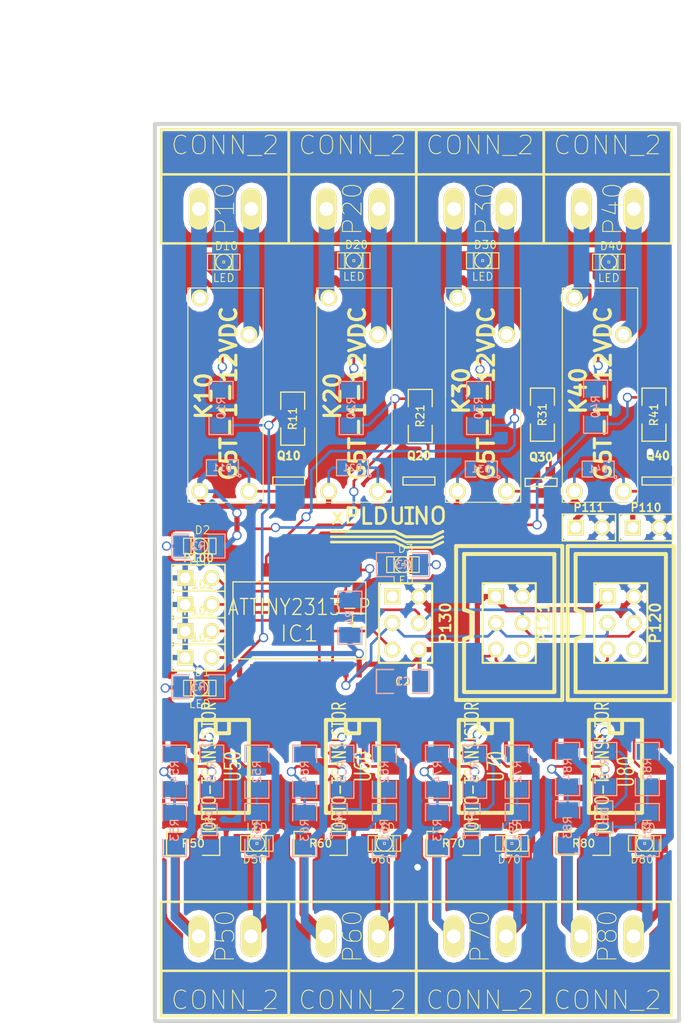
<source format=kicad_pcb>
(kicad_pcb (version 3) (host pcbnew "(2012-nov-02)-testing")
  (title_block (title "4in4out I2C board") (rev 0) (company "XPLDUINO project") (comment 1 "GNU GPL v2") (comment 2 "Domotic Open Source "))
  (layers (15 Dessus signal) (0 Dessous signal))
  (net 0 "")
  (net 1 +12V)
  (net 2 +5V)
  (net 3 //INT)
  (net 4 /230_10_1)
  (net 5 /230_10_2)
  (net 6 /230_20_1)
  (net 7 /230_20_2)
  (net 8 /230_30_1)
  (net 9 /230_30_2)
  (net 10 /230_40_1)
  (net 11 /230_40_2)
  (net 12 /230_50_1)
  (net 13 /230_50_2)
  (net 14 /230_60_1)
  (net 15 /230_60_2)
  (net 16 /230_70_1)
  (net 17 /230_70_2)
  (net 18 /230_80_1)
  (net 19 /230_80_2)
  (net 20 /A0)
  (net 21 /A1)
  (net 22 /A2)
  (net 23 /A3)
  (net 24 /IN0)
  (net 25 /IN1)
  (net 26 /IN2)
  (net 27 /IN3)
  (net 28 /MISO)
  (net 29 /MOSI)
  (net 30 /OUT0)
  (net 31 /OUT1)
  (net 32 /OUT2)
  (net 33 /OUT3)
  (net 34 /SCK)
  (net 35 DGND)
  (net 36 N-000003)
  (net 37 N-000004)
  (net 38 N-000005)
  (net 39 N-000006)
  (net 40 N-000013)
  (net 41 N-000014)
  (net 42 N-000015)
  (net 43 N-000016)
  (net 44 N-000017)
  (net 45 N-000018)
  (net 46 N-000019)
  (net 47 N-000020)
  (net 48 N-000021)
  (net 49 N-000022)
  (net 50 N-000023)
  (net 51 N-000024)
  (net 52 N-000025)
  (net 53 N-000032)
  (net 54 N-000033)
  (net 55 N-000035)
  (net 56 N-000036)
  (net 57 N-000038)
  (net 58 N-000039)
  (net 59 N-000041)
  (net 60 N-000045)
  (net 61 N-000046)
  (net 62 N-000059)
  (net 63 N-000060)
  (net 64 N-000061)
  (net 65 N-000062)
  (net 66 N-000063)
  (net 67 N-000064)
  (net 68 N-000066)
  (module SOT23EBC (layer Dessus) (at 49.53 46.99)
    (fp_text reference Q30)
    (fp_text value NPN hide)
    (pad 1 smd rect (at -0.889 -1.016) (size 0.9144 0.9144) (layers Dessus Dessus.Pate Dessus.Masque) (net 35 DGND))
    (pad 2 smd rect (at 0.889 -1.016) (size 0.9144 0.9144) (layers Dessus Dessus.Pate Dessus.Masque) (net 58 N-000039))
    (pad 3 smd rect (at 0 1.016) (size 0.9144 0.9144) (layers Dessus Dessus.Pate Dessus.Masque) (net 56 N-000036))
  )
  (module SOT23EBC (layer Dessus) (at 25.4 46.863)
    (fp_text reference Q10)
    (fp_text value NPN hide)
    (pad 1 smd rect (at -0.889 -1.016) (size 0.9144 0.9144) (layers Dessus Dessus.Pate Dessus.Masque) (net 35 DGND))
    (pad 2 smd rect (at 0.889 -1.016) (size 0.9144 0.9144) (layers Dessus Dessus.Pate Dessus.Masque) (net 67 N-000064))
    (pad 3 smd rect (at 0 1.016) (size 0.9144 0.9144) (layers Dessus Dessus.Pate Dessus.Masque) (net 66 N-000063))
  )
  (module SOT23EBC (layer Dessus) (at 37.846 46.863)
    (fp_text reference Q20)
    (fp_text value NPN hide)
    (pad 1 smd rect (at -0.889 -1.016) (size 0.9144 0.9144) (layers Dessus Dessus.Pate Dessus.Masque) (net 35 DGND))
    (pad 2 smd rect (at 0.889 -1.016) (size 0.9144 0.9144) (layers Dessus Dessus.Pate Dessus.Masque) (net 63 N-000060))
    (pad 3 smd rect (at 0 1.016) (size 0.9144 0.9144) (layers Dessus Dessus.Pate Dessus.Masque) (net 62 N-000059))
  )
  (module SOT23EBC (layer Dessus) (at 60.706 46.863)
    (fp_text reference Q40)
    (fp_text value NPN hide)
    (pad 1 smd rect (at -0.889 -1.016) (size 0.9144 0.9144) (layers Dessus Dessus.Pate Dessus.Masque) (net 35 DGND))
    (pad 2 smd rect (at 0.889 -1.016) (size 0.9144 0.9144) (layers Dessus Dessus.Pate Dessus.Masque) (net 54 N-000033))
    (pad 3 smd rect (at 0 1.016) (size 0.9144 0.9144) (layers Dessus Dessus.Pate Dessus.Masque) (net 53 N-000032))
  )
  (module SO20L (layer Dessus) (at 26.416 60.198 180)
    (fp_text reference IC1)
    (fp_text value ATTINY2313-P)
    (pad 11 smd rect (at 5.715 -4.826 180) (size 0.508 1.27) (layers Dessus Dessus.Pate Dessus.Masque) (net 30 /OUT0))
    (pad 12 smd rect (at 4.445 -4.826 180) (size 0.508 1.27) (layers Dessus Dessus.Pate Dessus.Masque) (net 24 /IN0))
    (pad 13 smd rect (at 3.175 -4.826 180) (size 0.508 1.27) (layers Dessus Dessus.Pate Dessus.Masque) (net 25 /IN1))
    (pad 14 smd rect (at 1.905 -4.826 180) (size 0.508 1.27) (layers Dessus Dessus.Pate Dessus.Masque) (net 26 /IN2))
    (pad 15 smd rect (at 0.635 -4.826 180) (size 0.508 1.27) (layers Dessus Dessus.Pate Dessus.Masque) (net 27 /IN3))
    (pad 16 smd rect (at -0.635 -4.826 180) (size 0.508 1.27) (layers Dessus Dessus.Pate Dessus.Masque) (net 3 //INT))
    (pad 17 smd rect (at -1.905 -4.826 180) (size 0.508 1.27) (layers Dessus Dessus.Pate Dessus.Masque) (net 29 /MOSI))
    (pad 18 smd rect (at -3.175 -4.826 180) (size 0.508 1.27) (layers Dessus Dessus.Pate Dessus.Masque) (net 28 /MISO))
    (pad 19 smd rect (at -4.445 -4.826 180) (size 0.508 1.27) (layers Dessus Dessus.Pate Dessus.Masque) (net 34 /SCK))
    (pad 20 smd rect (at -5.715 -4.826 180) (size 0.508 1.27) (layers Dessus Dessus.Pate Dessus.Masque) (net 2 +5V))
    (pad 1 smd rect (at -5.715 4.826 180) (size 0.508 1.27) (layers Dessus Dessus.Pate Dessus.Masque) (net 65 N-000062))
    (pad 2 smd rect (at -4.445 4.826 180) (size 0.508 1.27) (layers Dessus Dessus.Pate Dessus.Masque) (net 20 /A0))
    (pad 3 smd rect (at -3.175 4.826 180) (size 0.508 1.27) (layers Dessus Dessus.Pate Dessus.Masque) (net 21 /A1))
    (pad 4 smd rect (at -1.905 4.826 180) (size 0.508 1.27) (layers Dessus Dessus.Pate Dessus.Masque) (net 22 /A2))
    (pad 5 smd rect (at -0.635 4.826 180) (size 0.508 1.27) (layers Dessus Dessus.Pate Dessus.Masque) (net 38 N-000005))
    (pad 6 smd rect (at 0.635 4.826 180) (size 0.508 1.27) (layers Dessus Dessus.Pate Dessus.Masque) (net 23 /A3))
    (pad 7 smd rect (at 1.905 4.826 180) (size 0.508 1.27) (layers Dessus Dessus.Pate Dessus.Masque) (net 33 /OUT3))
    (pad 8 smd rect (at 3.175 4.826 180) (size 0.508 1.27) (layers Dessus Dessus.Pate Dessus.Masque) (net 32 /OUT2))
    (pad 9 smd rect (at 4.445 4.826 180) (size 0.508 1.27) (layers Dessus Dessus.Pate Dessus.Masque) (net 31 /OUT1))
    (pad 10 smd rect (at 5.715 4.826 180) (size 0.508 1.27) (layers Dessus Dessus.Pate Dessus.Masque) (net 35 DGND))
  )
  (module SM1206 (layer Dessous) (at 30.48 74.676 270)
    (fp_text reference R65)
    (fp_text value R hide)
    (pad 1 smd rect (at -1.651 0 270) (size 1.524 2.032) (layers Dessous Dessous.Pate Dessous.Masque) (net 45 N-000018))
    (pad 2 smd rect (at 1.651 0 270) (size 1.524 2.032) (layers Dessous Dessous.Pate Dessous.Masque) (net 42 N-000015))
  )
  (module SM1206 (layer Dessous) (at 43.18 74.676 270)
    (fp_text reference R75)
    (fp_text value R hide)
    (pad 1 smd rect (at -1.651 0 270) (size 1.524 2.032) (layers Dessous Dessous.Pate Dessous.Masque) (net 44 N-000017))
    (pad 2 smd rect (at 1.651 0 270) (size 1.524 2.032) (layers Dessous Dessous.Pate Dessous.Masque) (net 41 N-000014))
  )
  (module SM1206 (layer Dessus) (at 28.448 81.534 180)
    (fp_text reference R60)
    (fp_text value R hide)
    (pad 1 smd rect (at -1.651 0 180) (size 1.524 2.032) (layers Dessus Dessus.Pate Dessus.Masque) (net 49 N-000022))
    (pad 2 smd rect (at 1.651 0 180) (size 1.524 2.032) (layers Dessus Dessus.Pate Dessus.Masque) (net 15 /230_60_2))
  )
  (module SM1206 (layer Dessous) (at 26.924 80.264 90)
    (fp_text reference R63)
    (fp_text value R hide)
    (pad 1 smd rect (at -1.651 0 90) (size 1.524 2.032) (layers Dessous Dessous.Pate Dessous.Masque) (net 15 /230_60_2))
    (pad 2 smd rect (at 1.651 0 90) (size 1.524 2.032) (layers Dessous Dessous.Pate Dessous.Masque) (net 42 N-000015))
  )
  (module SM1206 (layer Dessous) (at 26.924 74.676 270)
    (fp_text reference R64)
    (fp_text value R hide)
    (pad 1 smd rect (at -1.651 0 270) (size 1.524 2.032) (layers Dessous Dessous.Pate Dessous.Masque) (net 15 /230_60_2))
    (pad 2 smd rect (at 1.651 0 270) (size 1.524 2.032) (layers Dessous Dessous.Pate Dessous.Masque) (net 42 N-000015))
  )
  (module SM1206 (layer Dessous) (at 34.544 74.676 270)
    (fp_text reference R62)
    (fp_text value R hide)
    (pad 1 smd rect (at -1.651 0 270) (size 1.524 2.032) (layers Dessous Dessous.Pate Dessous.Masque) (net 14 /230_60_1))
    (pad 2 smd rect (at 1.651 0 270) (size 1.524 2.032) (layers Dessous Dessous.Pate Dessous.Masque) (net 43 N-000016))
  )
  (module SM1206 (layer Dessous) (at 34.544 80.264 270)
    (fp_text reference R61)
    (fp_text value R hide)
    (pad 1 smd rect (at -1.651 0 270) (size 1.524 2.032) (layers Dessous Dessous.Pate Dessous.Masque) (net 43 N-000016))
    (pad 2 smd rect (at 1.651 0 270) (size 1.524 2.032) (layers Dessous Dessous.Pate Dessous.Masque) (net 14 /230_60_1))
  )
  (module SM1206 (layer Dessous) (at 39.624 74.676 270)
    (fp_text reference R74)
    (fp_text value R hide)
    (pad 1 smd rect (at -1.651 0 270) (size 1.524 2.032) (layers Dessous Dessous.Pate Dessous.Masque) (net 17 /230_70_2))
    (pad 2 smd rect (at 1.651 0 270) (size 1.524 2.032) (layers Dessous Dessous.Pate Dessous.Masque) (net 41 N-000014))
  )
  (module SM1206 (layer Dessus) (at 16.256 81.534 180)
    (fp_text reference R50)
    (fp_text value R hide)
    (pad 1 smd rect (at -1.651 0 180) (size 1.524 2.032) (layers Dessus Dessus.Pate Dessus.Masque) (net 50 N-000023))
    (pad 2 smd rect (at 1.651 0 180) (size 1.524 2.032) (layers Dessus Dessus.Pate Dessus.Masque) (net 13 /230_50_2))
  )
  (module SM1206 (layer Dessous) (at 14.478 80.264 90)
    (fp_text reference R53)
    (fp_text value R hide)
    (pad 1 smd rect (at -1.651 0 90) (size 1.524 2.032) (layers Dessous Dessous.Pate Dessous.Masque) (net 13 /230_50_2))
    (pad 2 smd rect (at 1.651 0 90) (size 1.524 2.032) (layers Dessous Dessous.Pate Dessous.Masque) (net 60 N-000045))
  )
  (module SM1206 (layer Dessous) (at 14.478 74.676 270)
    (fp_text reference R54)
    (fp_text value R hide)
    (pad 1 smd rect (at -1.651 0 270) (size 1.524 2.032) (layers Dessous Dessous.Pate Dessous.Masque) (net 13 /230_50_2))
    (pad 2 smd rect (at 1.651 0 270) (size 1.524 2.032) (layers Dessous Dessous.Pate Dessous.Masque) (net 60 N-000045))
  )
  (module SM1206 (layer Dessous) (at 22.352 74.676 270)
    (fp_text reference R52)
    (fp_text value R hide)
    (pad 1 smd rect (at -1.651 0 270) (size 1.524 2.032) (layers Dessous Dessous.Pate Dessous.Masque) (net 12 /230_50_1))
    (pad 2 smd rect (at 1.651 0 270) (size 1.524 2.032) (layers Dessous Dessous.Pate Dessous.Masque) (net 61 N-000046))
  )
  (module SM1206 (layer Dessous) (at 22.352 80.264 270)
    (fp_text reference R51)
    (fp_text value R hide)
    (pad 1 smd rect (at -1.651 0 270) (size 1.524 2.032) (layers Dessous Dessous.Pate Dessous.Masque) (net 61 N-000046))
    (pad 2 smd rect (at 1.651 0 270) (size 1.524 2.032) (layers Dessous Dessous.Pate Dessous.Masque) (net 12 /230_50_1))
  )
  (module SM1206 (layer Dessous) (at 47.244 80.264 270)
    (fp_text reference R71)
    (fp_text value R hide)
    (pad 1 smd rect (at -1.651 0 270) (size 1.524 2.032) (layers Dessous Dessous.Pate Dessous.Masque) (net 40 N-000013))
    (pad 2 smd rect (at 1.651 0 270) (size 1.524 2.032) (layers Dessous Dessous.Pate Dessous.Masque) (net 16 /230_70_1))
  )
  (module SM1206 (layer Dessous) (at 47.244 74.676 270)
    (fp_text reference R72)
    (fp_text value R hide)
    (pad 1 smd rect (at -1.651 0 270) (size 1.524 2.032) (layers Dessous Dessous.Pate Dessous.Masque) (net 16 /230_70_1))
    (pad 2 smd rect (at 1.651 0 270) (size 1.524 2.032) (layers Dessous Dessous.Pate Dessous.Masque) (net 40 N-000013))
  )
  (module SM1206 (layer Dessus) (at 36.322 66.04 180)
    (fp_text reference C2)
    (fp_text value C hide)
    (pad 1 smd rect (at -1.651 0 180) (size 1.524 2.032) (layers Dessus Dessus.Pate Dessus.Masque) (net 2 +5V))
    (pad 2 smd rect (at 1.651 0 180) (size 1.524 2.032) (layers Dessus Dessus.Pate Dessus.Masque) (net 35 DGND))
  )
  (module SM1206 (layer Dessous) (at 39.624 80.264 90)
    (fp_text reference R73)
    (fp_text value R hide)
    (pad 1 smd rect (at -1.651 0 90) (size 1.524 2.032) (layers Dessous Dessous.Pate Dessous.Masque) (net 17 /230_70_2))
    (pad 2 smd rect (at 1.651 0 90) (size 1.524 2.032) (layers Dessous Dessous.Pate Dessous.Masque) (net 41 N-000014))
  )
  (module SM1206 (layer Dessus) (at 41.148 81.534 180)
    (fp_text reference R70)
    (fp_text value R hide)
    (pad 1 smd rect (at -1.651 0 180) (size 1.524 2.032) (layers Dessus Dessus.Pate Dessus.Masque) (net 51 N-000024))
    (pad 2 smd rect (at 1.651 0 180) (size 1.524 2.032) (layers Dessus Dessus.Pate Dessus.Masque) (net 17 /230_70_2))
  )
  (module SM1206 (layer Dessous) (at 55.626 74.422 270)
    (fp_text reference R85)
    (fp_text value R hide)
    (pad 1 smd rect (at -1.651 0 270) (size 1.524 2.032) (layers Dessous Dessous.Pate Dessous.Masque) (net 46 N-000019))
    (pad 2 smd rect (at 1.651 0 270) (size 1.524 2.032) (layers Dessous Dessous.Pate Dessous.Masque) (net 47 N-000020))
  )
  (module SM1206 (layer Dessous) (at 59.69 80.264 270)
    (fp_text reference R81)
    (fp_text value R hide)
    (pad 1 smd rect (at -1.651 0 270) (size 1.524 2.032) (layers Dessous Dessous.Pate Dessous.Masque) (net 48 N-000021))
    (pad 2 smd rect (at 1.651 0 270) (size 1.524 2.032) (layers Dessous Dessous.Pate Dessous.Masque) (net 18 /230_80_1))
  )
  (module SM1206 (layer Dessous) (at 59.69 74.422 270)
    (fp_text reference R82)
    (fp_text value R hide)
    (pad 1 smd rect (at -1.651 0 270) (size 1.524 2.032) (layers Dessous Dessous.Pate Dessous.Masque) (net 18 /230_80_1))
    (pad 2 smd rect (at 1.651 0 270) (size 1.524 2.032) (layers Dessous Dessous.Pate Dessous.Masque) (net 48 N-000021))
  )
  (module SM1206 (layer Dessous) (at 52.07 74.422 270)
    (fp_text reference R84)
    (fp_text value R hide)
    (pad 1 smd rect (at -1.651 0 270) (size 1.524 2.032) (layers Dessous Dessous.Pate Dessous.Masque) (net 19 /230_80_2))
    (pad 2 smd rect (at 1.651 0 270) (size 1.524 2.032) (layers Dessous Dessous.Pate Dessous.Masque) (net 47 N-000020))
  )
  (module SM1206 (layer Dessous) (at 52.07 80.01 90)
    (fp_text reference R83)
    (fp_text value R hide)
    (pad 1 smd rect (at -1.651 0 90) (size 1.524 2.032) (layers Dessous Dessous.Pate Dessous.Masque) (net 19 /230_80_2))
    (pad 2 smd rect (at 1.651 0 90) (size 1.524 2.032) (layers Dessous Dessous.Pate Dessous.Masque) (net 47 N-000020))
  )
  (module SM1206 (layer Dessus) (at 53.594 81.534 180)
    (fp_text reference R80)
    (fp_text value R hide)
    (pad 1 smd rect (at -1.651 0 180) (size 1.524 2.032) (layers Dessus Dessus.Pate Dessus.Masque) (net 52 N-000025))
    (pad 2 smd rect (at 1.651 0 180) (size 1.524 2.032) (layers Dessus Dessus.Pate Dessus.Masque) (net 19 /230_80_2))
  )
  (module SM1206 (layer Dessous) (at 36.322 54.864 180)
    (fp_text reference R3)
    (fp_text value R hide)
    (pad 1 smd rect (at -1.651 0 180) (size 1.524 2.032) (layers Dessous Dessous.Pate Dessous.Masque) (net 39 N-000006))
    (pad 2 smd rect (at 1.651 0 180) (size 1.524 2.032) (layers Dessous Dessous.Pate Dessous.Masque) (net 35 DGND))
  )
  (module SM1206 (layer Dessous) (at 16.764 53.086 180)
    (fp_text reference R2)
    (fp_text value R hide)
    (pad 1 smd rect (at -1.651 0 180) (size 1.524 2.032) (layers Dessous Dessous.Pate Dessous.Masque) (net 1 +12V))
    (pad 2 smd rect (at 1.651 0 180) (size 1.524 2.032) (layers Dessous Dessous.Pate Dessous.Masque) (net 36 N-000003))
  )
  (module SM1206 (layer Dessous) (at 16.764 66.548 180)
    (fp_text reference R1)
    (fp_text value R hide)
    (pad 1 smd rect (at -1.651 0 180) (size 1.524 2.032) (layers Dessous Dessous.Pate Dessous.Masque) (net 2 +5V))
    (pad 2 smd rect (at 1.651 0 180) (size 1.524 2.032) (layers Dessous Dessous.Pate Dessous.Masque) (net 37 N-000004))
  )
  (module SM1206 (layer Dessous) (at 36.322 66.04 180)
    (fp_text reference C1)
    (fp_text value C hide)
    (pad 1 smd rect (at -1.651 0 180) (size 1.524 2.032) (layers Dessous Dessous.Pate Dessous.Masque) (net 2 +5V))
    (pad 2 smd rect (at 1.651 0 180) (size 1.524 2.032) (layers Dessous Dessous.Pate Dessous.Masque) (net 35 DGND))
  )
  (module SM1206 (layer Dessous) (at 18.034 74.676 270)
    (fp_text reference R55)
    (fp_text value R hide)
    (pad 1 smd rect (at -1.651 0 270) (size 1.524 2.032) (layers Dessous Dessous.Pate Dessous.Masque) (net 57 N-000038))
    (pad 2 smd rect (at 1.651 0 270) (size 1.524 2.032) (layers Dessous Dessous.Pate Dessous.Masque) (net 60 N-000045))
  )
  (module SM1206 (layer Dessus) (at 25.781 40.894 270)
    (fp_text reference R11)
    (fp_text value R hide)
    (pad 1 smd rect (at -1.651 0 270) (size 1.524 2.032) (layers Dessus Dessus.Pate Dessus.Masque) (net 30 /OUT0))
    (pad 2 smd rect (at 1.651 0 270) (size 1.524 2.032) (layers Dessus Dessus.Pate Dessus.Masque) (net 67 N-000064))
  )
  (module SM1206 (layer Dessous) (at 54.737 39.751 90)
    (fp_text reference R40)
    (fp_text value R hide)
    (pad 1 smd rect (at -1.651 0 90) (size 1.524 2.032) (layers Dessous Dessous.Pate Dessous.Masque) (net 33 /OUT3))
    (pad 2 smd rect (at 1.651 0 90) (size 1.524 2.032) (layers Dessous Dessous.Pate Dessous.Masque) (net 55 N-000035))
  )
  (module SM1206 (layer Dessous) (at 18.923 39.878 90)
    (fp_text reference R10)
    (fp_text value R hide)
    (pad 1 smd rect (at -1.651 0 90) (size 1.524 2.032) (layers Dessous Dessous.Pate Dessous.Masque) (net 30 /OUT0))
    (pad 2 smd rect (at 1.651 0 90) (size 1.524 2.032) (layers Dessous Dessous.Pate Dessous.Masque) (net 68 N-000066))
  )
  (module SM1206 (layer Dessus) (at 60.325 40.513 270)
    (fp_text reference R41)
    (fp_text value R hide)
    (pad 1 smd rect (at -1.651 0 270) (size 1.524 2.032) (layers Dessus Dessus.Pate Dessus.Masque) (net 33 /OUT3))
    (pad 2 smd rect (at 1.651 0 270) (size 1.524 2.032) (layers Dessus Dessus.Pate Dessus.Masque) (net 54 N-000033))
  )
  (module SM1206 (layer Dessus) (at 37.973 40.64 270)
    (fp_text reference R21)
    (fp_text value R hide)
    (pad 1 smd rect (at -1.651 0 270) (size 1.524 2.032) (layers Dessus Dessus.Pate Dessus.Masque) (net 31 /OUT1))
    (pad 2 smd rect (at 1.651 0 270) (size 1.524 2.032) (layers Dessus Dessus.Pate Dessus.Masque) (net 63 N-000060))
  )
  (module SM1206 (layer Dessous) (at 31.369 39.878 90)
    (fp_text reference R20)
    (fp_text value R hide)
    (pad 1 smd rect (at -1.651 0 90) (size 1.524 2.032) (layers Dessous Dessous.Pate Dessous.Masque) (net 31 /OUT1))
    (pad 2 smd rect (at 1.651 0 90) (size 1.524 2.032) (layers Dessous Dessous.Pate Dessous.Masque) (net 64 N-000061))
  )
  (module SM1206 (layer Dessous) (at 31.242 59.944 90)
    (fp_text reference R4)
    (fp_text value R hide)
    (pad 1 smd rect (at -1.651 0 90) (size 1.524 2.032) (layers Dessous Dessous.Pate Dessous.Masque) (net 2 +5V))
    (pad 2 smd rect (at 1.651 0 90) (size 1.524 2.032) (layers Dessous Dessous.Pate Dessous.Masque) (net 65 N-000062))
  )
  (module SM1206 (layer Dessus) (at 49.657 40.513 270)
    (fp_text reference R31)
    (fp_text value R hide)
    (pad 1 smd rect (at -1.651 0 270) (size 1.524 2.032) (layers Dessus Dessus.Pate Dessus.Masque) (net 32 /OUT2))
    (pad 2 smd rect (at 1.651 0 270) (size 1.524 2.032) (layers Dessus Dessus.Pate Dessus.Masque) (net 58 N-000039))
  )
  (module SM1206 (layer Dessous) (at 43.561 39.878 90)
    (fp_text reference R30)
    (fp_text value R hide)
    (pad 1 smd rect (at -1.651 0 90) (size 1.524 2.032) (layers Dessous Dessous.Pate Dessous.Masque) (net 32 /OUT2))
    (pad 2 smd rect (at 1.651 0 90) (size 1.524 2.032) (layers Dessous Dessous.Pate Dessous.Masque) (net 59 N-000041))
  )
  (module SM0805 (layer Dessous) (at 43.815 45.72 180)
    (fp_text reference D31)
    (fp_text value DIODE hide)
    (pad 1 smd rect (at -0.9525 0 180) (size 0.889 1.397) (layers Dessous Dessous.Pate Dessous.Masque) (net 56 N-000036))
    (pad 2 smd rect (at 0.9525 0 180) (size 0.889 1.397) (layers Dessous Dessous.Pate Dessous.Masque) (net 1 +12V))
  )
  (module SM0805 (layer Dessous) (at 55.626 78.994 90)
    (fp_text reference D81)
    (fp_text value DIODE hide)
    (pad 1 smd rect (at -0.9525 0 90) (size 0.889 1.397) (layers Dessous Dessous.Pate Dessous.Masque) (net 48 N-000021))
    (pad 2 smd rect (at 0.9525 0 90) (size 0.889 1.397) (layers Dessous Dessous.Pate Dessous.Masque) (net 46 N-000019))
  )
  (module SM0805 (layer Dessous) (at 31.496 45.593 180)
    (fp_text reference D21)
    (fp_text value DIODE hide)
    (pad 1 smd rect (at -0.9525 0 180) (size 0.889 1.397) (layers Dessous Dessous.Pate Dessous.Masque) (net 62 N-000059))
    (pad 2 smd rect (at 0.9525 0 180) (size 0.889 1.397) (layers Dessous Dessous.Pate Dessous.Masque) (net 1 +12V))
  )
  (module SM0805 (layer Dessous) (at 42.926 79.248 90)
    (fp_text reference D71)
    (fp_text value DIODE hide)
    (pad 1 smd rect (at -0.9525 0 90) (size 0.889 1.397) (layers Dessous Dessous.Pate Dessous.Masque) (net 40 N-000013))
    (pad 2 smd rect (at 0.9525 0 90) (size 0.889 1.397) (layers Dessous Dessous.Pate Dessous.Masque) (net 44 N-000017))
  )
  (module SM0805 (layer Dessous) (at 19.05 45.593 180)
    (fp_text reference D11)
    (fp_text value DIODE hide)
    (pad 1 smd rect (at -0.9525 0 180) (size 0.889 1.397) (layers Dessous Dessous.Pate Dessous.Masque) (net 66 N-000063))
    (pad 2 smd rect (at 0.9525 0 180) (size 0.889 1.397) (layers Dessous Dessous.Pate Dessous.Masque) (net 1 +12V))
  )
  (module SM0805 (layer Dessous) (at 17.78 79.248 90)
    (fp_text reference D51)
    (fp_text value DIODE hide)
    (pad 1 smd rect (at -0.9525 0 90) (size 0.889 1.397) (layers Dessous Dessous.Pate Dessous.Masque) (net 61 N-000046))
    (pad 2 smd rect (at 0.9525 0 90) (size 0.889 1.397) (layers Dessous Dessous.Pate Dessous.Masque) (net 57 N-000038))
  )
  (module SM0805 (layer Dessous) (at 54.991 45.72 180)
    (fp_text reference D41)
    (fp_text value DIODE hide)
    (pad 1 smd rect (at -0.9525 0 180) (size 0.889 1.397) (layers Dessous Dessous.Pate Dessous.Masque) (net 53 N-000032))
    (pad 2 smd rect (at 0.9525 0 180) (size 0.889 1.397) (layers Dessous Dessous.Pate Dessous.Masque) (net 1 +12V))
  )
  (module SM0805 (layer Dessous) (at 30.226 79.248 90)
    (fp_text reference D61)
    (fp_text value DIODE hide)
    (pad 1 smd rect (at -0.9525 0 90) (size 0.889 1.397) (layers Dessous Dessous.Pate Dessous.Masque) (net 43 N-000016))
    (pad 2 smd rect (at 0.9525 0 90) (size 0.889 1.397) (layers Dessous Dessous.Pate Dessous.Masque) (net 45 N-000018))
  )
  (module pin_array_3x2 (layer Dessus) (at 36.576 60.452 270)
    (fp_text reference P130)
    (fp_text value CONN_3X2 hide)
    (pad 1 thru_hole rect (at -2.54 1.27 270) (size 1.524 1.524) (drill 1.016) (layers *.Cu *.Mask Dessus.SilkS))
    (pad 2 thru_hole circle (at -2.54 -1.27 270) (size 1.524 1.524) (drill 1.016) (layers *.Cu *.Mask Dessus.SilkS) (net 35 DGND))
    (pad 3 thru_hole circle (at 0 1.27 270) (size 1.524 1.524) (drill 1.016) (layers *.Cu *.Mask Dessus.SilkS) (net 34 /SCK))
    (pad 4 thru_hole circle (at 0 -1.27 270) (size 1.524 1.524) (drill 1.016) (layers *.Cu *.Mask Dessus.SilkS) (net 29 /MOSI))
    (pad 5 thru_hole circle (at 2.54 1.27 270) (size 1.524 1.524) (drill 1.016) (layers *.Cu *.Mask Dessus.SilkS) (net 28 /MISO))
    (pad 6 thru_hole circle (at 2.54 -1.27 270) (size 1.524 1.524) (drill 1.016) (layers *.Cu *.Mask Dessus.SilkS) (net 2 +5V))
  )
  (module PIN_ARRAY_2X1 (layer Dessus) (at 59.563 51.308)
    (fp_text reference P110)
    (fp_text value CONN_2 hide)
    (pad 1 thru_hole rect (at -1.27 0) (size 1.524 1.524) (drill 1.016) (layers *.Cu *.Mask Dessus.SilkS) (net 1 +12V))
    (pad 2 thru_hole circle (at 1.27 0) (size 1.524 1.524) (drill 1.016) (layers *.Cu *.Mask Dessus.SilkS) (net 35 DGND))
  )
  (module PIN_ARRAY_2X1 (layer Dessus) (at 16.764 56.134)
    (fp_text reference P100)
    (fp_text value CONN_2 hide)
    (pad 1 thru_hole rect (at -1.27 0) (size 1.524 1.524) (drill 1.016) (layers *.Cu *.Mask Dessus.SilkS) (net 35 DGND))
    (pad 2 thru_hole circle (at 1.27 0) (size 1.524 1.524) (drill 1.016) (layers *.Cu *.Mask Dessus.SilkS) (net 23 /A3))
  )
  (module PIN_ARRAY_2X1 (layer Dessus) (at 16.764 58.674)
    (fp_text reference P101)
    (fp_text value CONN_2 hide)
    (pad 1 thru_hole rect (at -1.27 0) (size 1.524 1.524) (drill 1.016) (layers *.Cu *.Mask Dessus.SilkS) (net 35 DGND))
    (pad 2 thru_hole circle (at 1.27 0) (size 1.524 1.524) (drill 1.016) (layers *.Cu *.Mask Dessus.SilkS) (net 22 /A2))
  )
  (module PIN_ARRAY_2X1 (layer Dessus) (at 16.764 61.214)
    (fp_text reference P102)
    (fp_text value CONN_2 hide)
    (pad 1 thru_hole rect (at -1.27 0) (size 1.524 1.524) (drill 1.016) (layers *.Cu *.Mask Dessus.SilkS) (net 35 DGND))
    (pad 2 thru_hole circle (at 1.27 0) (size 1.524 1.524) (drill 1.016) (layers *.Cu *.Mask Dessus.SilkS) (net 21 /A1))
  )
  (module PIN_ARRAY_2X1 (layer Dessus) (at 16.764 63.754)
    (fp_text reference P103)
    (fp_text value CONN_2 hide)
    (pad 1 thru_hole rect (at -1.27 0) (size 1.524 1.524) (drill 1.016) (layers *.Cu *.Mask Dessus.SilkS) (net 35 DGND))
    (pad 2 thru_hole circle (at 1.27 0) (size 1.524 1.524) (drill 1.016) (layers *.Cu *.Mask Dessus.SilkS) (net 20 /A0))
  )
  (module PIN_ARRAY_2X1 (layer Dessus) (at 54.102 51.308)
    (fp_text reference P111)
    (fp_text value CONN_2 hide)
    (pad 1 thru_hole rect (at -1.27 0) (size 1.524 1.524) (drill 1.016) (layers *.Cu *.Mask Dessus.SilkS) (net 1 +12V))
    (pad 2 thru_hole circle (at 1.27 0) (size 1.524 1.524) (drill 1.016) (layers *.Cu *.Mask Dessus.SilkS) (net 35 DGND))
  )
  (module MOL_CONN_2_VH (layer Dessus) (at 19.304 20.828 180)
    (fp_text reference P10)
    (fp_text value CONN_2)
    (pad 1 thru_hole oval (at -2.5146 0 180) (size 1.9812 3.9624) (drill 1.3208) (layers *.Cu Dessus.Pate Dessus.SilkS Dessus.Masque) (net 4 /230_10_1))
    (pad 2 thru_hole oval (at 2.4892 0 180) (size 1.9812 3.9624) (drill 1.3208) (layers *.Cu Dessus.Pate Dessus.SilkS Dessus.Masque) (net 5 /230_10_2))
  )
  (module MOL_CONN_2_VH (layer Dessus) (at 43.688 20.828 180)
    (fp_text reference P30)
    (fp_text value CONN_2)
    (pad 1 thru_hole oval (at -2.5146 0 180) (size 1.9812 3.9624) (drill 1.3208) (layers *.Cu Dessus.Pate Dessus.SilkS Dessus.Masque) (net 8 /230_30_1))
    (pad 2 thru_hole oval (at 2.4892 0 180) (size 1.9812 3.9624) (drill 1.3208) (layers *.Cu Dessus.Pate Dessus.SilkS Dessus.Masque) (net 9 /230_30_2))
  )
  (module MOL_CONN_2_VH (layer Dessus) (at 43.688 90.424)
    (fp_text reference P70)
    (fp_text value CONN_2)
    (pad 1 thru_hole oval (at -2.5146 0) (size 1.9812 3.9624) (drill 1.3208) (layers *.Cu Dessus.Pate Dessus.SilkS Dessus.Masque) (net 17 /230_70_2))
    (pad 2 thru_hole oval (at 2.4892 0) (size 1.9812 3.9624) (drill 1.3208) (layers *.Cu Dessus.Pate Dessus.SilkS Dessus.Masque) (net 16 /230_70_1))
  )
  (module MOL_CONN_2_VH (layer Dessus) (at 55.88 20.828 180)
    (fp_text reference P40)
    (fp_text value CONN_2)
    (pad 1 thru_hole oval (at -2.5146 0 180) (size 1.9812 3.9624) (drill 1.3208) (layers *.Cu Dessus.Pate Dessus.SilkS Dessus.Masque) (net 10 /230_40_1))
    (pad 2 thru_hole oval (at 2.4892 0 180) (size 1.9812 3.9624) (drill 1.3208) (layers *.Cu Dessus.Pate Dessus.SilkS Dessus.Masque) (net 11 /230_40_2))
  )
  (module MOL_CONN_2_VH (layer Dessus) (at 19.304 90.424)
    (fp_text reference P50)
    (fp_text value CONN_2)
    (pad 1 thru_hole oval (at -2.5146 0) (size 1.9812 3.9624) (drill 1.3208) (layers *.Cu Dessus.Pate Dessus.SilkS Dessus.Masque) (net 13 /230_50_2))
    (pad 2 thru_hole oval (at 2.4892 0) (size 1.9812 3.9624) (drill 1.3208) (layers *.Cu Dessus.Pate Dessus.SilkS Dessus.Masque) (net 12 /230_50_1))
  )
  (module MOL_CONN_2_VH (layer Dessus) (at 31.496 20.828 180)
    (fp_text reference P20)
    (fp_text value CONN_2)
    (pad 1 thru_hole oval (at -2.5146 0 180) (size 1.9812 3.9624) (drill 1.3208) (layers *.Cu Dessus.Pate Dessus.SilkS Dessus.Masque) (net 6 /230_20_1))
    (pad 2 thru_hole oval (at 2.4892 0 180) (size 1.9812 3.9624) (drill 1.3208) (layers *.Cu Dessus.Pate Dessus.SilkS Dessus.Masque) (net 7 /230_20_2))
  )
  (module MOL_CONN_2_VH (layer Dessus) (at 31.496 90.424)
    (fp_text reference P60)
    (fp_text value CONN_2)
    (pad 1 thru_hole oval (at -2.5146 0) (size 1.9812 3.9624) (drill 1.3208) (layers *.Cu Dessus.Pate Dessus.SilkS Dessus.Masque) (net 15 /230_60_2))
    (pad 2 thru_hole oval (at 2.4892 0) (size 1.9812 3.9624) (drill 1.3208) (layers *.Cu Dessus.Pate Dessus.SilkS Dessus.Masque) (net 14 /230_60_1))
  )
  (module MOL_CONN_2_VH (layer Dessus) (at 55.88 90.424)
    (fp_text reference P80)
    (fp_text value CONN_2)
    (pad 1 thru_hole oval (at -2.5146 0) (size 1.9812 3.9624) (drill 1.3208) (layers *.Cu Dessus.Pate Dessus.SilkS Dessus.Masque) (net 19 /230_80_2))
    (pad 2 thru_hole oval (at 2.4892 0) (size 1.9812 3.9624) (drill 1.3208) (layers *.Cu Dessus.Pate Dessus.SilkS Dessus.Masque) (net 18 /230_80_1))
  )
  (module LED-1206 (layer Dessus) (at 36.322 54.864)
    (fp_text reference D3)
    (fp_text value LED)
    (pad 1 smd rect (at -1.41986 0) (size 1.59766 1.80086) (layers Dessus Dessus.Pate Dessus.Masque) (net 38 N-000005))
    (pad 2 smd rect (at 1.41986 0) (size 1.59766 1.80086) (layers Dessus Dessus.Pate Dessus.Masque) (net 39 N-000006))
  )
  (module LED-1206 (layer Dessus) (at 16.891 66.675)
    (fp_text reference D1)
    (fp_text value LED)
    (pad 1 smd rect (at -1.41986 0) (size 1.59766 1.80086) (layers Dessus Dessus.Pate Dessus.Masque) (net 37 N-000004))
    (pad 2 smd rect (at 1.41986 0) (size 1.59766 1.80086) (layers Dessus Dessus.Pate Dessus.Masque) (net 35 DGND))
  )
  (module LED-1206 (layer Dessus) (at 16.891 53.086)
    (fp_text reference D2)
    (fp_text value LED)
    (pad 1 smd rect (at -1.41986 0) (size 1.59766 1.80086) (layers Dessus Dessus.Pate Dessus.Masque) (net 36 N-000003))
    (pad 2 smd rect (at 1.41986 0) (size 1.59766 1.80086) (layers Dessus Dessus.Pate Dessus.Masque) (net 35 DGND))
  )
  (module LED-1206 (layer Dessus) (at 59.436 81.534 180)
    (fp_text reference D80)
    (fp_text value LED)
    (pad 1 smd rect (at -1.41986 0 180) (size 1.59766 1.80086) (layers Dessus Dessus.Pate Dessus.Masque) (net 18 /230_80_1))
    (pad 2 smd rect (at 1.41986 0 180) (size 1.59766 1.80086) (layers Dessus Dessus.Pate Dessus.Masque) (net 52 N-000025))
  )
  (module LED-1206 (layer Dessus) (at 19.177 25.908)
    (fp_text reference D10)
    (fp_text value LED)
    (pad 1 smd rect (at -1.41986 0) (size 1.59766 1.80086) (layers Dessus Dessus.Pate Dessus.Masque) (net 68 N-000066))
    (pad 2 smd rect (at 1.41986 0) (size 1.59766 1.80086) (layers Dessus Dessus.Pate Dessus.Masque) (net 35 DGND))
  )
  (module LED-1206 (layer Dessus) (at 46.736 81.534 180)
    (fp_text reference D70)
    (fp_text value LED)
    (pad 1 smd rect (at -1.41986 0 180) (size 1.59766 1.80086) (layers Dessus Dessus.Pate Dessus.Masque) (net 16 /230_70_1))
    (pad 2 smd rect (at 1.41986 0 180) (size 1.59766 1.80086) (layers Dessus Dessus.Pate Dessus.Masque) (net 51 N-000024))
  )
  (module LED-1206 (layer Dessus) (at 31.623 25.781)
    (fp_text reference D20)
    (fp_text value LED)
    (pad 1 smd rect (at -1.41986 0) (size 1.59766 1.80086) (layers Dessus Dessus.Pate Dessus.Masque) (net 64 N-000061))
    (pad 2 smd rect (at 1.41986 0) (size 1.59766 1.80086) (layers Dessus Dessus.Pate Dessus.Masque) (net 35 DGND))
  )
  (module LED-1206 (layer Dessus) (at 34.544 81.534 180)
    (fp_text reference D60)
    (fp_text value LED)
    (pad 1 smd rect (at -1.41986 0 180) (size 1.59766 1.80086) (layers Dessus Dessus.Pate Dessus.Masque) (net 14 /230_60_1))
    (pad 2 smd rect (at 1.41986 0 180) (size 1.59766 1.80086) (layers Dessus Dessus.Pate Dessus.Masque) (net 49 N-000022))
  )
  (module LED-1206 (layer Dessus) (at 43.942 25.781)
    (fp_text reference D30)
    (fp_text value LED)
    (pad 1 smd rect (at -1.41986 0) (size 1.59766 1.80086) (layers Dessus Dessus.Pate Dessus.Masque) (net 59 N-000041))
    (pad 2 smd rect (at 1.41986 0) (size 1.59766 1.80086) (layers Dessus Dessus.Pate Dessus.Masque) (net 35 DGND))
  )
  (module LED-1206 (layer Dessus) (at 22.352 81.534 180)
    (fp_text reference D50)
    (fp_text value LED)
    (pad 1 smd rect (at -1.41986 0 180) (size 1.59766 1.80086) (layers Dessus Dessus.Pate Dessus.Masque) (net 12 /230_50_1))
    (pad 2 smd rect (at 1.41986 0 180) (size 1.59766 1.80086) (layers Dessus Dessus.Pate Dessus.Masque) (net 50 N-000023))
  )
  (module LED-1206 (layer Dessus) (at 56.007 25.908)
    (fp_text reference D40)
    (fp_text value LED)
    (pad 1 smd rect (at -1.41986 0) (size 1.59766 1.80086) (layers Dessus Dessus.Pate Dessus.Masque) (net 55 N-000035))
    (pad 2 smd rect (at 1.41986 0) (size 1.59766 1.80086) (layers Dessus Dessus.Pate Dessus.Masque) (net 35 DGND))
  )
  (module HE10-6 (layer Dessus) (at 57.15 60.452 270)
    (fp_text reference P120)
    (fp_text value CONN_6 hide)
    (pad 1 thru_hole rect (at -2.54 1.27 270) (size 1.524 1.524) (drill 1.016) (layers *.Cu *.Mask Dessus.SilkS) (net 2 +5V))
    (pad 2 thru_hole circle (at -2.54 -1.27 270) (size 1.524 1.524) (drill 1.016) (layers *.Cu *.Mask Dessus.SilkS) (net 35 DGND))
    (pad 3 thru_hole circle (at 0 1.27 270) (size 1.524 1.524) (drill 1.016) (layers *.Cu *.Mask Dessus.SilkS) (net 34 /SCK))
    (pad 4 thru_hole circle (at 0 -1.27 270) (size 1.524 1.524) (drill 1.016) (layers *.Cu *.Mask Dessus.SilkS) (net 29 /MOSI))
    (pad 5 thru_hole circle (at 2.54 1.27 270) (size 1.524 1.524) (drill 1.016) (layers *.Cu *.Mask Dessus.SilkS) (net 3 //INT))
    (pad 6 thru_hole circle (at 2.54 -1.27 270) (size 1.524 1.524) (drill 1.016) (layers *.Cu *.Mask Dessus.SilkS))
  )
  (module HE10-6 (layer Dessus) (at 46.482 60.452 270)
    (fp_text reference P121)
    (fp_text value CONN_6 hide)
    (pad 1 thru_hole rect (at -2.54 1.27 270) (size 1.524 1.524) (drill 1.016) (layers *.Cu *.Mask Dessus.SilkS) (net 2 +5V))
    (pad 2 thru_hole circle (at -2.54 -1.27 270) (size 1.524 1.524) (drill 1.016) (layers *.Cu *.Mask Dessus.SilkS) (net 35 DGND))
    (pad 3 thru_hole circle (at 0 1.27 270) (size 1.524 1.524) (drill 1.016) (layers *.Cu *.Mask Dessus.SilkS) (net 34 /SCK))
    (pad 4 thru_hole circle (at 0 -1.27 270) (size 1.524 1.524) (drill 1.016) (layers *.Cu *.Mask Dessus.SilkS) (net 29 /MOSI))
    (pad 5 thru_hole circle (at 2.54 1.27 270) (size 1.524 1.524) (drill 1.016) (layers *.Cu *.Mask Dessus.SilkS) (net 3 //INT))
    (pad 6 thru_hole circle (at 2.54 -1.27 270) (size 1.524 1.524) (drill 1.016) (layers *.Cu *.Mask Dessus.SilkS))
  )
  (module CMS-6 (layer Dessus) (at 19.05 74.168 270)
    (fp_text reference U50)
    (fp_text value OPTO-TRANSISTOR)
    (pad 1 smd rect (at -2.54 3.81 270) (size 1.5748 2.286) (layers Dessus Dessus.Pate Dessus.Masque) (net 57 N-000038))
    (pad 2 smd rect (at 0 3.81 270) (size 1.5748 2.286) (layers Dessus Dessus.Pate Dessus.Masque) (net 60 N-000045))
    (pad 3 smd rect (at 2.54 3.81 270) (size 1.5748 2.286) (layers Dessus Dessus.Pate Dessus.Masque))
    (pad 4 smd rect (at 2.54 -3.81 270) (size 1.5748 2.286) (layers Dessus Dessus.Pate Dessus.Masque) (net 35 DGND))
    (pad 5 smd rect (at 0 -3.81 270) (size 1.5748 2.286) (layers Dessus Dessus.Pate Dessus.Masque) (net 24 /IN0))
    (pad 6 smd rect (at -2.54 -3.81 270) (size 1.5748 2.286) (layers Dessus Dessus.Pate Dessus.Masque))
  )
  (module CMS-6 (layer Dessus) (at 56.642 74.168 270)
    (fp_text reference U80)
    (fp_text value OPTO-TRANSISTOR)
    (pad 1 smd rect (at -2.54 3.81 270) (size 1.5748 2.286) (layers Dessus Dessus.Pate Dessus.Masque) (net 46 N-000019))
    (pad 2 smd rect (at 0 3.81 270) (size 1.5748 2.286) (layers Dessus Dessus.Pate Dessus.Masque) (net 47 N-000020))
    (pad 3 smd rect (at 2.54 3.81 270) (size 1.5748 2.286) (layers Dessus Dessus.Pate Dessus.Masque))
    (pad 4 smd rect (at 2.54 -3.81 270) (size 1.5748 2.286) (layers Dessus Dessus.Pate Dessus.Masque) (net 35 DGND))
    (pad 5 smd rect (at 0 -3.81 270) (size 1.5748 2.286) (layers Dessus Dessus.Pate Dessus.Masque) (net 27 /IN3))
    (pad 6 smd rect (at -2.54 -3.81 270) (size 1.5748 2.286) (layers Dessus Dessus.Pate Dessus.Masque))
  )
  (module CMS-6 (layer Dessus) (at 44.196 74.168 270)
    (fp_text reference U70)
    (fp_text value OPTO-TRANSISTOR)
    (pad 1 smd rect (at -2.54 3.81 270) (size 1.5748 2.286) (layers Dessus Dessus.Pate Dessus.Masque) (net 44 N-000017))
    (pad 2 smd rect (at 0 3.81 270) (size 1.5748 2.286) (layers Dessus Dessus.Pate Dessus.Masque) (net 41 N-000014))
    (pad 3 smd rect (at 2.54 3.81 270) (size 1.5748 2.286) (layers Dessus Dessus.Pate Dessus.Masque))
    (pad 4 smd rect (at 2.54 -3.81 270) (size 1.5748 2.286) (layers Dessus Dessus.Pate Dessus.Masque) (net 35 DGND))
    (pad 5 smd rect (at 0 -3.81 270) (size 1.5748 2.286) (layers Dessus Dessus.Pate Dessus.Masque) (net 26 /IN2))
    (pad 6 smd rect (at -2.54 -3.81 270) (size 1.5748 2.286) (layers Dessus Dessus.Pate Dessus.Masque))
  )
  (module CMS-6 (layer Dessus) (at 31.496 74.168 270)
    (fp_text reference U60)
    (fp_text value OPTO-TRANSISTOR)
    (pad 1 smd rect (at -2.54 3.81 270) (size 1.5748 2.286) (layers Dessus Dessus.Pate Dessus.Masque) (net 45 N-000018))
    (pad 2 smd rect (at 0 3.81 270) (size 1.5748 2.286) (layers Dessus Dessus.Pate Dessus.Masque) (net 42 N-000015))
    (pad 3 smd rect (at 2.54 3.81 270) (size 1.5748 2.286) (layers Dessus Dessus.Pate Dessus.Masque))
    (pad 4 smd rect (at 2.54 -3.81 270) (size 1.5748 2.286) (layers Dessus Dessus.Pate Dessus.Masque) (net 35 DGND))
    (pad 5 smd rect (at 0 -3.81 270) (size 1.5748 2.286) (layers Dessus Dessus.Pate Dessus.Masque) (net 25 /IN1))
    (pad 6 smd rect (at -2.54 -3.81 270) (size 1.5748 2.286) (layers Dessus Dessus.Pate Dessus.Masque))
  )
  (module G5T-1-12VDC (layer Dessus) (at 15.748 48.895 90)
    (fp_text reference K10)
    (fp_text value G5T-1-12VDC)
    (pad 1 thru_hole circle (at 1.04902 1.15062 90) (size 1.6002 1.6002) (drill 1.09982) (layers *.Cu *.Mask Dessus.SilkS) (net 1 +12V))
    (pad 2 thru_hole circle (at 1.04902 5.84962 90) (size 1.6002 1.6002) (drill 1.09982) (layers *.Cu *.Mask Dessus.SilkS) (net 66 N-000063))
    (pad 3 thru_hole circle (at 16.05026 5.84962 90) (size 1.6002 1.6002) (drill 1.09982) (layers *.Cu *.Mask Dessus.SilkS) (net 4 /230_10_1))
    (pad 4 thru_hole circle (at 19.55038 1.15062 90) (size 1.6002 1.6002) (drill 1.09982) (layers *.Cu *.Mask Dessus.SilkS) (net 5 /230_10_2))
  )
  (module G5T-1-12VDC (layer Dessus) (at 28.067 48.895 90)
    (fp_text reference K20)
    (fp_text value G5T-1-12VDC)
    (pad 1 thru_hole circle (at 1.04902 1.15062 90) (size 1.6002 1.6002) (drill 1.09982) (layers *.Cu *.Mask Dessus.SilkS) (net 1 +12V))
    (pad 2 thru_hole circle (at 1.04902 5.84962 90) (size 1.6002 1.6002) (drill 1.09982) (layers *.Cu *.Mask Dessus.SilkS) (net 62 N-000059))
    (pad 3 thru_hole circle (at 16.05026 5.84962 90) (size 1.6002 1.6002) (drill 1.09982) (layers *.Cu *.Mask Dessus.SilkS) (net 6 /230_20_1))
    (pad 4 thru_hole circle (at 19.55038 1.15062 90) (size 1.6002 1.6002) (drill 1.09982) (layers *.Cu *.Mask Dessus.SilkS) (net 7 /230_20_2))
  )
  (module G5T-1-12VDC (layer Dessus) (at 40.386 48.895 90)
    (fp_text reference K30)
    (fp_text value G5T-1-12VDC)
    (pad 1 thru_hole circle (at 1.04902 1.15062 90) (size 1.6002 1.6002) (drill 1.09982) (layers *.Cu *.Mask Dessus.SilkS) (net 1 +12V))
    (pad 2 thru_hole circle (at 1.04902 5.84962 90) (size 1.6002 1.6002) (drill 1.09982) (layers *.Cu *.Mask Dessus.SilkS) (net 56 N-000036))
    (pad 3 thru_hole circle (at 16.05026 5.84962 90) (size 1.6002 1.6002) (drill 1.09982) (layers *.Cu *.Mask Dessus.SilkS) (net 8 /230_30_1))
    (pad 4 thru_hole circle (at 19.55038 1.15062 90) (size 1.6002 1.6002) (drill 1.09982) (layers *.Cu *.Mask Dessus.SilkS) (net 9 /230_30_2))
  )
  (module G5T-1-12VDC (layer Dessus) (at 51.562 48.895 90)
    (fp_text reference K40)
    (fp_text value G5T-1-12VDC)
    (pad 1 thru_hole circle (at 1.04902 1.15062 90) (size 1.6002 1.6002) (drill 1.09982) (layers *.Cu *.Mask Dessus.SilkS) (net 1 +12V))
    (pad 2 thru_hole circle (at 1.04902 5.84962 90) (size 1.6002 1.6002) (drill 1.09982) (layers *.Cu *.Mask Dessus.SilkS) (net 53 N-000032))
    (pad 3 thru_hole circle (at 16.05026 5.84962 90) (size 1.6002 1.6002) (drill 1.09982) (layers *.Cu *.Mask Dessus.SilkS) (net 10 /230_40_1))
    (pad 4 thru_hole circle (at 19.55038 1.15062 90) (size 1.6002 1.6002) (drill 1.09982) (layers *.Cu *.Mask Dessus.SilkS) (net 11 /230_40_2))
  )
  (module logo_xplduino (layer Dessus) (at 34.798 51.943)
    (fp_text reference logo_xplduino hide)
    (fp_text value VAL** hide)
  )
  (segment (start 52.71262 47.84598) (end 52.71262 48.64862) (width 0.35052) (layer Dessus) (net 1))
  (segment (start 52.71262 48.64862) (end 53.721 49.657) (width 0.50038) (layer Dessus) (net 1))
  (segment (start 52.832 51.308) (end 52.832 50.546) (width 0.50038) (layer Dessus) (net 1))
  (segment (start 52.832 50.546) (end 53.721 49.657) (width 0.50038) (layer Dessus) (net 1))
  (segment (start 58.293 50.038) (end 58.293 51.308) (width 0.50038) (layer Dessus) (net 1))
  (segment (start 53.721 49.657) (end 53.848 49.53) (width 0.254) (layer Dessus) (net 1))
  (segment (start 53.848 49.53) (end 57.785 49.53) (width 0.50038) (layer Dessus) (net 1))
  (segment (start 57.785 49.53) (end 58.293 50.038) (width 0.50038) (layer Dessus) (net 1))
  (segment (start 16.89862 47.84598) (end 18.38198 47.84598) (width 0.35052) (layer Dessous) (net 1))
  (segment (start 19.431 53.086) (end 18.415 53.086) (width 0.35052) (layer Dessous) (net 1))
  (segment (start 20.447 52.07) (end 19.431 53.086) (width 0.50038) (layer Dessous) (net 1))
  (via (at 20.447 52.07) (size 0.889) (layers Dessus Dessous) (net 1))
  (segment (start 20.447 49.911) (end 20.447 52.07) (width 0.50038) (layer Dessus) (net 1))
  (via (at 20.447 49.911) (size 0.889) (layers Dessus Dessous) (net 1))
  (segment (start 18.38198 47.84598) (end 20.447 49.911) (width 0.35052) (layer Dessous) (net 1))
  (segment (start 41.2115 49.276) (end 52.197 49.276) (width 0.50038) (layer Dessus) (net 1))
  (segment (start 52.71262 48.76038) (end 52.71262 47.84598) (width 0.254) (layer Dessus) (net 1))
  (segment (start 52.197 49.276) (end 52.71262 48.76038) (width 0.50038) (layer Dessus) (net 1))
  (segment (start 28.829 49.276) (end 41.2115 49.276) (width 0.50038) (layer Dessus) (net 1))
  (segment (start 41.2115 49.276) (end 41.148 49.276) (width 0.254) (layer Dessus) (net 1))
  (segment (start 41.53662 48.88738) (end 41.53662 47.84598) (width 0.35052) (layer Dessus) (net 1))
  (segment (start 41.148 49.276) (end 41.53662 48.88738) (width 0.35052) (layer Dessus) (net 1))
  (segment (start 16.89862 47.84598) (end 16.89862 48.64862) (width 0.50038) (layer Dessus) (net 1))
  (segment (start 16.89862 48.64862) (end 17.526 49.276) (width 0.50038) (layer Dessus) (net 1))
  (segment (start 17.526 49.276) (end 28.829 49.276) (width 0.50038) (layer Dessus) (net 1))
  (segment (start 29.21762 48.88738) (end 29.21762 47.84598) (width 0.50038) (layer Dessus) (net 1))
  (segment (start 28.829 49.276) (end 29.21762 48.88738) (width 0.254) (layer Dessus) (net 1))
  (segment (start 54.0385 45.72) (end 53.213 45.72) (width 0.254) (layer Dessous) (net 1))
  (segment (start 53.213 45.72) (end 52.71262 46.22038) (width 0.254) (layer Dessous) (net 1))
  (segment (start 52.71262 46.22038) (end 52.71262 47.84598) (width 0.254) (layer Dessous) (net 1))
  (segment (start 42.8625 45.72) (end 42.291 45.72) (width 0.254) (layer Dessous) (net 1))
  (segment (start 42.291 45.72) (end 41.53662 46.47438) (width 0.254) (layer Dessous) (net 1))
  (segment (start 41.53662 46.47438) (end 41.53662 47.84598) (width 0.254) (layer Dessous) (net 1))
  (segment (start 30.5435 45.593) (end 29.591 45.593) (width 0.254) (layer Dessous) (net 1))
  (segment (start 29.591 45.593) (end 29.21762 45.96638) (width 0.254) (layer Dessous) (net 1))
  (segment (start 29.21762 45.96638) (end 29.21762 47.84598) (width 0.254) (layer Dessous) (net 1))
  (segment (start 16.89862 47.84598) (end 16.89862 46.79188) (width 0.50038) (layer Dessous) (net 1))
  (segment (start 16.89862 46.79188) (end 18.0975 45.593) (width 0.50038) (layer Dessous) (net 1))
  (segment (start 53.467 59.182) (end 54.61 59.182) (width 0.50038) (layer Dessus) (net 2))
  (segment (start 54.61 59.182) (end 55.88 57.912) (width 0.50038) (layer Dessus) (net 2))
  (segment (start 18.415 66.548) (end 18.669 66.548) (width 0.50038) (layer Dessous) (net 2))
  (segment (start 18.669 66.548) (end 21.844 63.373) (width 0.50038) (layer Dessous) (net 2))
  (segment (start 21.844 63.373) (end 32.131 63.373) (width 0.50038) (layer Dessous) (net 2))
  (segment (start 37.846 62.992) (end 42.926 62.992) (width 0.50038) (layer Dessus) (net 2))
  (segment (start 42.926 62.992) (end 43.434 62.484) (width 0.50038) (layer Dessus) (net 2))
  (segment (start 43.434 62.484) (end 43.434 58.674) (width 0.50038) (layer Dessus) (net 2))
  (segment (start 43.434 58.674) (end 44.196 57.912) (width 0.50038) (layer Dessus) (net 2))
  (segment (start 44.196 57.912) (end 45.212 57.912) (width 0.50038) (layer Dessus) (net 2))
  (segment (start 31.242 61.595) (end 31.242 62.484) (width 0.50038) (layer Dessous) (net 2))
  (segment (start 31.242 62.484) (end 32.131 63.373) (width 0.50038) (layer Dessous) (net 2))
  (segment (start 32.131 63.373) (end 32.131 65.024) (width 0.50038) (layer Dessus) (net 2))
  (via (at 32.131 63.373) (size 0.889) (layers Dessus Dessous) (net 2))
  (segment (start 32.131 65.024) (end 32.258 65.024) (width 0.50038) (layer Dessus) (net 2))
  (segment (start 32.258 65.024) (end 32.893 64.389) (width 0.50038) (layer Dessus) (net 2))
  (segment (start 32.893 64.389) (end 37.211 64.389) (width 0.50038) (layer Dessus) (net 2))
  (segment (start 37.211 64.389) (end 37.846 63.754) (width 0.50038) (layer Dessus) (net 2))
  (segment (start 37.846 63.754) (end 37.846 62.992) (width 0.50038) (layer Dessus) (net 2))
  (segment (start 37.973 66.04) (end 37.973 63.119) (width 0.254) (layer Dessous) (net 2))
  (segment (start 37.973 63.119) (end 37.846 62.992) (width 0.254) (layer Dessous) (net 2))
  (segment (start 37.846 62.992) (end 37.846 65.913) (width 0.254) (layer Dessus) (net 2))
  (segment (start 37.846 65.913) (end 37.973 66.04) (width 0.254) (layer Dessus) (net 2))
  (segment (start 45.212 57.912) (end 45.212 58.166) (width 0.50038) (layer Dessus) (net 2))
  (segment (start 46.228 59.182) (end 53.467 59.182) (width 0.50038) (layer Dessus) (net 2))
  (segment (start 45.212 58.166) (end 46.228 59.182) (width 0.50038) (layer Dessus) (net 2))
  (segment (start 27.051 65.024) (end 27.051 67.691) (width 0.254) (layer Dessus) (net 3))
  (segment (start 27.178 67.818) (end 33.909 67.818) (width 0.254) (layer Dessus) (net 3))
  (segment (start 27.051 67.691) (end 27.178 67.818) (width 0.254) (layer Dessus) (net 3))
  (segment (start 44.577 63.627) (end 45.212 62.992) (width 0.254) (layer Dessus) (net 3))
  (segment (start 40.513 63.627) (end 44.577 63.627) (width 0.254) (layer Dessus) (net 3))
  (segment (start 40.132 64.008) (end 40.513 63.627) (width 0.254) (layer Dessus) (net 3))
  (segment (start 40.132 67.183) (end 40.132 64.008) (width 0.254) (layer Dessus) (net 3))
  (segment (start 39.497 67.818) (end 40.132 67.183) (width 0.254) (layer Dessus) (net 3))
  (segment (start 33.909 67.818) (end 39.497 67.818) (width 0.254) (layer Dessus) (net 3))
  (segment (start 45.212 62.992) (end 45.212 64.008) (width 0.254) (layer Dessus) (net 3))
  (segment (start 55.88 64.008) (end 55.88 62.992) (width 0.254) (layer Dessus) (net 3))
  (segment (start 55.499 64.389) (end 55.88 64.008) (width 0.254) (layer Dessus) (net 3))
  (segment (start 45.593 64.389) (end 55.499 64.389) (width 0.254) (layer Dessus) (net 3))
  (segment (start 45.212 64.008) (end 45.593 64.389) (width 0.254) (layer Dessus) (net 3))
  (segment (start 21.8186 20.828) (end 21.8186 32.62376) (width 1.50114) (layer Dessous) (net 4))
  (segment (start 21.8186 32.62376) (end 21.59762 32.84474) (width 1.50114) (layer Dessous) (net 4))
  (segment (start 16.8148 20.828) (end 16.8148 29.2608) (width 1.50114) (layer Dessous) (net 5))
  (segment (start 16.8148 29.2608) (end 16.89862 29.34462) (width 1.50114) (layer Dessous) (net 5))
  (segment (start 34.0106 20.828) (end 34.0106 32.75076) (width 1.50114) (layer Dessous) (net 6))
  (segment (start 34.0106 32.75076) (end 33.91662 32.84474) (width 1.50114) (layer Dessous) (net 6))
  (segment (start 29.0068 20.828) (end 29.0068 29.1338) (width 1.50114) (layer Dessous) (net 7))
  (segment (start 29.0068 29.1338) (end 29.21762 29.34462) (width 1.50114) (layer Dessous) (net 7))
  (segment (start 46.2026 20.828) (end 46.2026 32.81172) (width 1.50114) (layer Dessous) (net 8))
  (segment (start 46.2026 32.81172) (end 46.23562 32.84474) (width 1.50114) (layer Dessous) (net 8))
  (segment (start 41.1988 20.828) (end 41.1988 29.0068) (width 1.50114) (layer Dessous) (net 9))
  (segment (start 41.1988 29.0068) (end 41.53662 29.34462) (width 1.50114) (layer Dessous) (net 9))
  (segment (start 58.3946 20.828) (end 58.3946 31.86176) (width 1.50114) (layer Dessous) (net 10))
  (segment (start 58.3946 31.86176) (end 57.41162 32.84474) (width 1.50114) (layer Dessous) (net 10))
  (segment (start 53.3908 20.828) (end 53.3908 28.66644) (width 1.50114) (layer Dessous) (net 11))
  (segment (start 53.3908 28.66644) (end 52.71262 29.34462) (width 1.50114) (layer Dessous) (net 11))
  (segment (start 23.77186 81.534) (end 23.77186 88.44534) (width 1.00076) (layer Dessus) (net 12))
  (segment (start 23.77186 88.44534) (end 21.7932 90.424) (width 1.00076) (layer Dessus) (net 12))
  (segment (start 22.352 81.915) (end 22.352 89.8652) (width 0.7493) (layer Dessous) (net 12))
  (segment (start 22.352 89.8652) (end 21.7932 90.424) (width 0.7493) (layer Dessous) (net 12))
  (segment (start 24.13 80.137) (end 22.352 81.915) (width 0.7493) (layer Dessous) (net 12))
  (segment (start 23.241 73.025) (end 24.13 73.914) (width 0.7493) (layer Dessous) (net 12))
  (segment (start 22.352 73.025) (end 23.241 73.025) (width 0.7493) (layer Dessous) (net 12))
  (segment (start 24.13 73.914) (end 24.13 80.137) (width 0.7493) (layer Dessous) (net 12))
  (segment (start 14.478 73.025) (end 14.986 73.025) (width 0.7493) (layer Dessous) (net 13))
  (segment (start 16.129 80.264) (end 14.478 81.915) (width 0.7493) (layer Dessous) (net 13))
  (segment (start 16.129 74.168) (end 16.129 80.264) (width 0.7493) (layer Dessous) (net 13))
  (segment (start 14.986 73.025) (end 16.129 74.168) (width 0.7493) (layer Dessous) (net 13))
  (segment (start 14.605 81.534) (end 14.605 88.2396) (width 0.7493) (layer Dessus) (net 13))
  (segment (start 14.605 88.2396) (end 16.7894 90.424) (width 0.7493) (layer Dessus) (net 13))
  (segment (start 14.478 81.915) (end 14.478 88.646) (width 0.7493) (layer Dessous) (net 13))
  (segment (start 16.256 90.424) (end 16.7894 90.424) (width 0.7493) (layer Dessous) (net 13))
  (segment (start 14.478 88.646) (end 16.256 90.424) (width 0.7493) (layer Dessous) (net 13))
  (segment (start 35.96386 81.534) (end 35.96386 88.44534) (width 0.7493) (layer Dessus) (net 14))
  (segment (start 35.96386 88.44534) (end 33.9852 90.424) (width 0.7493) (layer Dessus) (net 14))
  (segment (start 34.544 81.915) (end 34.544 89.8652) (width 0.7493) (layer Dessous) (net 14))
  (segment (start 34.544 89.8652) (end 33.9852 90.424) (width 0.7493) (layer Dessous) (net 14))
  (segment (start 36.322 80.137) (end 34.544 81.915) (width 0.7493) (layer Dessous) (net 14))
  (segment (start 36.322 74.168) (end 36.322 80.137) (width 0.7493) (layer Dessous) (net 14))
  (segment (start 34.544 73.025) (end 35.179 73.025) (width 0.7493) (layer Dessous) (net 14))
  (segment (start 35.179 73.025) (end 36.322 74.168) (width 0.7493) (layer Dessous) (net 14))
  (segment (start 26.797 81.534) (end 26.797 88.2396) (width 0.7493) (layer Dessus) (net 15))
  (segment (start 26.797 88.2396) (end 28.9814 90.424) (width 0.7493) (layer Dessus) (net 15))
  (segment (start 26.924 81.915) (end 26.924 89.154) (width 0.7493) (layer Dessous) (net 15))
  (segment (start 28.194 90.424) (end 28.9814 90.424) (width 0.7493) (layer Dessous) (net 15))
  (segment (start 26.924 89.154) (end 28.194 90.424) (width 0.7493) (layer Dessous) (net 15))
  (segment (start 28.702 80.137) (end 26.924 81.915) (width 0.7493) (layer Dessous) (net 15))
  (segment (start 27.051 73.025) (end 28.702 74.676) (width 0.7493) (layer Dessous) (net 15))
  (segment (start 26.924 73.025) (end 27.051 73.025) (width 0.7493) (layer Dessous) (net 15))
  (segment (start 28.702 74.676) (end 28.702 80.137) (width 0.7493) (layer Dessous) (net 15))
  (segment (start 48.15586 81.534) (end 48.15586 88.44534) (width 1.00076) (layer Dessus) (net 16))
  (segment (start 48.15586 88.44534) (end 46.1772 90.424) (width 1.00076) (layer Dessus) (net 16))
  (segment (start 47.244 81.915) (end 47.244 89.3572) (width 0.7493) (layer Dessous) (net 16))
  (segment (start 47.244 89.3572) (end 46.1772 90.424) (width 0.7493) (layer Dessous) (net 16))
  (segment (start 49.022 80.137) (end 47.244 81.915) (width 0.7493) (layer Dessous) (net 16))
  (segment (start 47.879 73.025) (end 49.022 74.168) (width 0.7493) (layer Dessous) (net 16))
  (segment (start 47.244 73.025) (end 47.879 73.025) (width 0.7493) (layer Dessous) (net 16))
  (segment (start 49.022 74.168) (end 49.022 80.137) (width 0.7493) (layer Dessous) (net 16))
  (segment (start 39.497 81.534) (end 39.497 88.7476) (width 0.7493) (layer Dessus) (net 17))
  (segment (start 39.497 88.7476) (end 41.1734 90.424) (width 0.7493) (layer Dessus) (net 17))
  (segment (start 39.624 81.915) (end 39.624 88.8746) (width 0.7493) (layer Dessous) (net 17))
  (segment (start 39.624 88.8746) (end 41.1734 90.424) (width 0.7493) (layer Dessous) (net 17))
  (segment (start 39.624 81.915) (end 39.624 81.788) (width 0.7493) (layer Dessous) (net 17))
  (segment (start 41.402 80.01) (end 41.402 74.803) (width 0.7493) (layer Dessous) (net 17))
  (segment (start 41.402 74.803) (end 39.624 73.025) (width 0.7493) (layer Dessous) (net 17))
  (segment (start 39.624 81.788) (end 41.402 80.01) (width 0.7493) (layer Dessous) (net 17))
  (segment (start 59.69 72.771) (end 60.325 72.771) (width 0.7493) (layer Dessous) (net 18))
  (segment (start 60.325 72.771) (end 61.849 74.295) (width 0.7493) (layer Dessous) (net 18))
  (segment (start 61.849 74.295) (end 61.849 80.899) (width 0.7493) (layer Dessous) (net 18))
  (segment (start 61.849 80.899) (end 60.833 81.915) (width 0.7493) (layer Dessous) (net 18))
  (segment (start 60.833 81.915) (end 59.69 81.915) (width 0.7493) (layer Dessous) (net 18))
  (segment (start 60.85586 81.534) (end 60.85586 87.93734) (width 0.7493) (layer Dessus) (net 18))
  (segment (start 60.85586 87.93734) (end 58.3692 90.424) (width 0.7493) (layer Dessus) (net 18))
  (segment (start 59.69 81.915) (end 59.69 89.1032) (width 1.00076) (layer Dessous) (net 18))
  (segment (start 59.69 89.1032) (end 58.3692 90.424) (width 1.00076) (layer Dessous) (net 18))
  (segment (start 51.943 81.534) (end 51.943 89.0016) (width 1.00076) (layer Dessus) (net 19))
  (segment (start 51.943 89.0016) (end 53.3654 90.424) (width 1.00076) (layer Dessus) (net 19))
  (segment (start 52.07 81.661) (end 52.07 89.1286) (width 1.00076) (layer Dessous) (net 19))
  (segment (start 52.07 89.1286) (end 53.3654 90.424) (width 1.00076) (layer Dessous) (net 19))
  (segment (start 52.07 81.661) (end 52.07 81.534) (width 0.7493) (layer Dessous) (net 19))
  (segment (start 53.848 79.756) (end 53.848 74.549) (width 0.7493) (layer Dessous) (net 19))
  (segment (start 53.848 74.549) (end 52.07 72.771) (width 0.7493) (layer Dessous) (net 19))
  (segment (start 52.07 81.534) (end 53.848 79.756) (width 0.7493) (layer Dessous) (net 19))
  (segment (start 18.034 63.754) (end 19.685 63.754) (width 0.254) (layer Dessus) (net 20))
  (segment (start 30.861 57.277) (end 30.861 55.372) (width 0.254) (layer Dessus) (net 20))
  (segment (start 30.226 57.912) (end 30.861 57.277) (width 0.254) (layer Dessus) (net 20))
  (segment (start 28.702 57.912) (end 30.226 57.912) (width 0.254) (layer Dessus) (net 20))
  (segment (start 28.321 58.293) (end 28.702 57.912) (width 0.254) (layer Dessus) (net 20))
  (segment (start 28.321 59.309) (end 28.321 58.293) (width 0.254) (layer Dessus) (net 20))
  (segment (start 27.432 60.198) (end 28.321 59.309) (width 0.254) (layer Dessus) (net 20))
  (segment (start 21.971 60.198) (end 27.432 60.198) (width 0.254) (layer Dessus) (net 20))
  (segment (start 21.463 60.706) (end 21.971 60.198) (width 0.254) (layer Dessus) (net 20))
  (segment (start 21.463 61.976) (end 21.463 60.706) (width 0.254) (layer Dessus) (net 20))
  (segment (start 19.685 63.754) (end 21.463 61.976) (width 0.254) (layer Dessus) (net 20))
  (segment (start 18.034 61.214) (end 20.193 61.214) (width 0.254) (layer Dessus) (net 21))
  (segment (start 29.591 56.642) (end 29.591 55.372) (width 0.254) (layer Dessus) (net 21))
  (segment (start 29.083 57.15) (end 29.591 56.642) (width 0.254) (layer Dessus) (net 21))
  (segment (start 27.813 57.15) (end 29.083 57.15) (width 0.254) (layer Dessus) (net 21))
  (segment (start 27.051 57.912) (end 27.813 57.15) (width 0.254) (layer Dessus) (net 21))
  (segment (start 27.051 59.182) (end 27.051 57.912) (width 0.254) (layer Dessus) (net 21))
  (segment (start 26.797 59.436) (end 27.051 59.182) (width 0.254) (layer Dessus) (net 21))
  (segment (start 20.574 59.436) (end 26.797 59.436) (width 0.254) (layer Dessus) (net 21))
  (segment (start 20.574 60.833) (end 20.574 59.436) (width 0.254) (layer Dessus) (net 21))
  (segment (start 20.193 61.214) (end 20.574 60.833) (width 0.254) (layer Dessus) (net 21))
  (segment (start 18.034 58.674) (end 25.781 58.674) (width 0.254) (layer Dessus) (net 22))
  (segment (start 28.321 56.134) (end 28.321 55.372) (width 0.254) (layer Dessus) (net 22))
  (segment (start 27.94 56.515) (end 28.321 56.134) (width 0.254) (layer Dessus) (net 22))
  (segment (start 26.797 56.515) (end 27.94 56.515) (width 0.254) (layer Dessus) (net 22))
  (segment (start 26.416 56.896) (end 26.797 56.515) (width 0.254) (layer Dessus) (net 22))
  (segment (start 26.416 58.039) (end 26.416 56.896) (width 0.254) (layer Dessus) (net 22))
  (segment (start 25.781 58.674) (end 26.416 58.039) (width 0.254) (layer Dessus) (net 22))
  (segment (start 18.034 56.134) (end 18.542 56.134) (width 0.254) (layer Dessus) (net 23))
  (segment (start 25.781 56.515) (end 25.781 55.372) (width 0.254) (layer Dessus) (net 23))
  (segment (start 24.892 57.404) (end 25.781 56.515) (width 0.254) (layer Dessus) (net 23))
  (segment (start 19.812 57.404) (end 24.892 57.404) (width 0.254) (layer Dessus) (net 23))
  (segment (start 18.542 56.134) (end 19.812 57.404) (width 0.254) (layer Dessus) (net 23))
  (segment (start 21.971 65.024) (end 21.971 69.088) (width 0.254) (layer Dessus) (net 24))
  (segment (start 21.209 74.168) (end 22.86 74.168) (width 0.254) (layer Dessus) (net 24))
  (segment (start 20.447 73.406) (end 21.209 74.168) (width 0.254) (layer Dessus) (net 24))
  (segment (start 20.447 70.612) (end 20.447 73.406) (width 0.254) (layer Dessus) (net 24))
  (segment (start 21.971 69.088) (end 20.447 70.612) (width 0.254) (layer Dessus) (net 24))
  (segment (start 23.241 65.024) (end 23.241 69.596) (width 0.254) (layer Dessus) (net 25))
  (segment (start 33.02 74.168) (end 35.306 74.168) (width 0.254) (layer Dessus) (net 25))
  (segment (start 32.512 73.66) (end 33.02 74.168) (width 0.254) (layer Dessus) (net 25))
  (segment (start 32.512 70.358) (end 32.512 73.66) (width 0.254) (layer Dessus) (net 25))
  (segment (start 32.004 69.85) (end 32.512 70.358) (width 0.254) (layer Dessus) (net 25))
  (segment (start 23.495 69.85) (end 32.004 69.85) (width 0.254) (layer Dessus) (net 25))
  (segment (start 23.241 69.596) (end 23.495 69.85) (width 0.254) (layer Dessus) (net 25))
  (segment (start 24.511 65.024) (end 24.511 68.58) (width 0.254) (layer Dessus) (net 26))
  (segment (start 46.228 74.168) (end 48.006 74.168) (width 0.254) (layer Dessus) (net 26))
  (segment (start 45.339 73.279) (end 46.228 74.168) (width 0.254) (layer Dessus) (net 26))
  (segment (start 45.339 69.85) (end 45.339 73.279) (width 0.254) (layer Dessus) (net 26))
  (segment (start 44.704 69.215) (end 45.339 69.85) (width 0.254) (layer Dessus) (net 26))
  (segment (start 25.146 69.215) (end 44.704 69.215) (width 0.254) (layer Dessus) (net 26))
  (segment (start 24.511 68.58) (end 25.146 69.215) (width 0.254) (layer Dessus) (net 26))
  (segment (start 25.781 65.024) (end 25.781 67.691) (width 0.254) (layer Dessus) (net 27))
  (segment (start 58.928 74.168) (end 60.452 74.168) (width 0.254) (layer Dessus) (net 27))
  (segment (start 58.42 73.66) (end 58.928 74.168) (width 0.254) (layer Dessus) (net 27))
  (segment (start 58.42 69.469) (end 58.42 73.66) (width 0.254) (layer Dessus) (net 27))
  (segment (start 57.531 68.58) (end 58.42 69.469) (width 0.254) (layer Dessus) (net 27))
  (segment (start 26.67 68.58) (end 57.531 68.58) (width 0.254) (layer Dessus) (net 27))
  (segment (start 25.781 67.691) (end 26.67 68.58) (width 0.254) (layer Dessus) (net 27))
  (segment (start 29.591 65.024) (end 29.591 61.214) (width 0.254) (layer Dessus) (net 28))
  (segment (start 33.528 61.214) (end 35.306 62.992) (width 0.254) (layer Dessus) (net 28))
  (segment (start 29.591 61.214) (end 33.528 61.214) (width 0.254) (layer Dessus) (net 28))
  (segment (start 28.321 61.087) (end 28.321 60.833) (width 0.254) (layer Dessus) (net 29))
  (segment (start 28.321 60.833) (end 29.083 60.071) (width 0.254) (layer Dessus) (net 29))
  (segment (start 28.321 65.024) (end 28.321 61.087) (width 0.254) (layer Dessus) (net 29))
  (segment (start 37.846 59.563) (end 37.846 60.452) (width 0.254) (layer Dessus) (net 29))
  (segment (start 37.465 59.182) (end 37.846 59.563) (width 0.254) (layer Dessus) (net 29))
  (segment (start 34.29 59.182) (end 37.465 59.182) (width 0.254) (layer Dessus) (net 29))
  (segment (start 33.401 60.071) (end 34.29 59.182) (width 0.254) (layer Dessus) (net 29))
  (segment (start 29.083 60.071) (end 33.401 60.071) (width 0.254) (layer Dessus) (net 29))
  (segment (start 47.371 59.182) (end 58.039 59.182) (width 0.254) (layer Dessous) (net 29))
  (segment (start 58.42 59.563) (end 58.42 60.452) (width 0.254) (layer Dessous) (net 29))
  (segment (start 58.039 59.182) (end 58.42 59.563) (width 0.254) (layer Dessous) (net 29))
  (segment (start 37.846 60.452) (end 38.1 60.452) (width 0.254) (layer Dessous) (net 29))
  (segment (start 47.752 59.563) (end 47.752 60.452) (width 0.254) (layer Dessous) (net 29))
  (segment (start 47.371 59.182) (end 47.752 59.563) (width 0.254) (layer Dessous) (net 29))
  (segment (start 39.37 59.182) (end 47.371 59.182) (width 0.254) (layer Dessous) (net 29))
  (segment (start 38.1 60.452) (end 39.37 59.182) (width 0.254) (layer Dessous) (net 29))
  (segment (start 47.752 60.452) (end 47.752 60.833) (width 0.254) (layer Dessus) (net 29))
  (segment (start 47.752 60.833) (end 48.641 61.722) (width 0.254) (layer Dessus) (net 29))
  (segment (start 48.641 61.722) (end 57.912 61.722) (width 0.254) (layer Dessus) (net 29))
  (segment (start 57.912 61.722) (end 58.42 61.214) (width 0.254) (layer Dessus) (net 29))
  (segment (start 58.42 61.214) (end 58.42 60.452) (width 0.254) (layer Dessus) (net 29))
  (via (at 23.495 41.529) (size 0.889) (layers Dessus Dessous) (net 30))
  (segment (start 23.495 41.529) (end 25.781 39.243) (width 0.254) (layer Dessus) (net 30))
  (segment (start 20.193 41.529) (end 23.495 41.529) (width 0.254) (layer Dessous) (net 30))
  (segment (start 18.923 41.529) (end 20.193 41.529) (width 0.254) (layer Dessous) (net 30))
  (segment (start 22.86 51.054) (end 22.86 50.038) (width 0.254) (layer Dessous) (net 30))
  (segment (start 22.86 50.038) (end 23.495 49.403) (width 0.254) (layer Dessous) (net 30))
  (segment (start 23.495 49.403) (end 23.495 41.529) (width 0.254) (layer Dessous) (net 30))
  (segment (start 20.701 65.024) (end 20.701 64.008) (width 0.254) (layer Dessus) (net 30))
  (segment (start 20.701 64.008) (end 22.86 61.849) (width 0.254) (layer Dessus) (net 30))
  (segment (start 22.86 61.849) (end 22.987 61.849) (width 0.254) (layer Dessus) (net 30))
  (via (at 22.987 61.849) (size 0.889) (layers Dessus Dessous) (net 30))
  (segment (start 22.987 61.849) (end 22.86 61.722) (width 0.254) (layer Dessous) (net 30))
  (segment (start 22.86 61.722) (end 22.86 51.054) (width 0.254) (layer Dessous) (net 30))
  (segment (start 35.56 38.989) (end 37.973 38.989) (width 0.254) (layer Dessus) (net 31))
  (segment (start 31.369 41.529) (end 33.02 41.529) (width 0.254) (layer Dessous) (net 31))
  (via (at 35.56 38.989) (size 0.889) (layers Dessus Dessous) (net 31))
  (segment (start 33.02 41.529) (end 35.56 38.989) (width 0.254) (layer Dessous) (net 31))
  (segment (start 31.623 47.879) (end 31.623 46.863) (width 0.254) (layer Dessus) (net 31))
  (segment (start 35.56 42.926) (end 35.56 40.005) (width 0.254) (layer Dessus) (net 31))
  (segment (start 31.623 46.863) (end 35.56 42.926) (width 0.254) (layer Dessus) (net 31))
  (segment (start 30.099 51.308) (end 30.48 51.308) (width 0.254) (layer Dessous) (net 31))
  (segment (start 30.48 51.308) (end 31.623 50.165) (width 0.254) (layer Dessous) (net 31))
  (segment (start 35.56 38.989) (end 35.56 40.005) (width 0.254) (layer Dessus) (net 31))
  (via (at 31.623 47.879) (size 0.889) (layers Dessus Dessous) (net 31))
  (segment (start 31.623 47.879) (end 31.623 50.165) (width 0.254) (layer Dessous) (net 31))
  (segment (start 21.971 51.562) (end 21.971 55.372) (width 0.254) (layer Dessus) (net 31))
  (segment (start 22.098 51.435) (end 21.971 51.562) (width 0.254) (layer Dessus) (net 31))
  (segment (start 24.003 51.435) (end 22.098 51.435) (width 0.254) (layer Dessus) (net 31))
  (segment (start 24.13 51.308) (end 24.003 51.435) (width 0.254) (layer Dessus) (net 31))
  (via (at 24.13 51.308) (size 0.889) (layers Dessus Dessous) (net 31))
  (segment (start 30.099 51.308) (end 24.13 51.308) (width 0.254) (layer Dessous) (net 31))
  (segment (start 49.657 38.862) (end 47.371 38.862) (width 0.254) (layer Dessus) (net 32))
  (via (at 46.99 40.894) (size 0.889) (layers Dessus Dessous) (net 32))
  (segment (start 46.99 39.243) (end 46.99 40.894) (width 0.254) (layer Dessus) (net 32))
  (segment (start 47.371 38.862) (end 46.99 39.243) (width 0.254) (layer Dessus) (net 32))
  (segment (start 43.561 41.529) (end 46.355 41.529) (width 0.254) (layer Dessous) (net 32))
  (segment (start 46.355 41.529) (end 46.99 40.894) (width 0.254) (layer Dessous) (net 32))
  (segment (start 23.241 55.372) (end 23.241 54.102) (width 0.254) (layer Dessus) (net 32))
  (segment (start 23.241 54.102) (end 27.051 50.292) (width 0.254) (layer Dessus) (net 32))
  (via (at 27.051 50.292) (size 0.889) (layers Dessus Dessous) (net 32))
  (segment (start 27.051 50.292) (end 27.559 49.784) (width 0.254) (layer Dessous) (net 32))
  (segment (start 27.559 49.784) (end 27.559 45.847) (width 0.254) (layer Dessous) (net 32))
  (segment (start 27.559 45.847) (end 29.4005 44.0055) (width 0.254) (layer Dessous) (net 32))
  (segment (start 29.4005 44.0055) (end 35.814 44.0055) (width 0.254) (layer Dessous) (net 32))
  (segment (start 35.814 44.0055) (end 40.386 44.0055) (width 0.254) (layer Dessous) (net 32))
  (segment (start 46.4185 44.0055) (end 46.99 43.434) (width 0.254) (layer Dessous) (net 32))
  (segment (start 46.99 43.434) (end 46.99 40.894) (width 0.254) (layer Dessous) (net 32))
  (segment (start 40.386 44.0055) (end 46.4185 44.0055) (width 0.254) (layer Dessous) (net 32))
  (segment (start 49.149 51.054) (end 49.149 46.99) (width 0.254) (layer Dessous) (net 33))
  (segment (start 49.149 46.99) (end 54.737 41.402) (width 0.254) (layer Dessous) (net 33))
  (segment (start 54.737 41.402) (end 57.023 41.402) (width 0.254) (layer Dessous) (net 33))
  (segment (start 57.023 41.402) (end 57.785 40.64) (width 0.254) (layer Dessous) (net 33))
  (segment (start 57.785 40.64) (end 57.785 38.862) (width 0.254) (layer Dessous) (net 33))
  (segment (start 57.785 38.862) (end 60.325 38.862) (width 0.254) (layer Dessus) (net 33))
  (via (at 57.785 38.862) (size 0.889) (layers Dessus Dessous) (net 33))
  (segment (start 24.511 55.372) (end 24.511 54.737) (width 0.254) (layer Dessus) (net 33))
  (via (at 49.149 51.054) (size 0.889) (layers Dessus Dessous) (net 33))
  (segment (start 28.194 51.054) (end 49.149 51.054) (width 0.254) (layer Dessus) (net 33))
  (segment (start 24.511 54.737) (end 28.194 51.054) (width 0.254) (layer Dessus) (net 33))
  (segment (start 30.861 65.024) (end 30.861 66.421) (width 0.254) (layer Dessus) (net 34))
  (segment (start 33.274 62.484) (end 35.306 60.452) (width 0.254) (layer Dessous) (net 34))
  (segment (start 33.274 64.008) (end 33.274 62.484) (width 0.254) (layer Dessous) (net 34))
  (segment (start 30.861 66.421) (end 33.274 64.008) (width 0.254) (layer Dessous) (net 34))
  (via (at 30.861 66.421) (size 0.889) (layers Dessus Dessous) (net 34))
  (segment (start 35.306 60.452) (end 35.306 60.579) (width 0.254) (layer Dessous) (net 34))
  (segment (start 45.212 60.96) (end 45.212 60.452) (width 0.254) (layer Dessous) (net 34))
  (segment (start 44.45 61.722) (end 45.212 60.96) (width 0.254) (layer Dessous) (net 34))
  (segment (start 36.449 61.722) (end 44.45 61.722) (width 0.254) (layer Dessous) (net 34))
  (segment (start 35.306 60.579) (end 36.449 61.722) (width 0.254) (layer Dessous) (net 34))
  (segment (start 45.212 60.452) (end 45.212 60.706) (width 0.254) (layer Dessous) (net 34))
  (segment (start 55.88 61.468) (end 55.88 60.452) (width 0.254) (layer Dessous) (net 34))
  (segment (start 55.626 61.722) (end 55.88 61.468) (width 0.254) (layer Dessous) (net 34))
  (segment (start 46.228 61.722) (end 55.626 61.722) (width 0.254) (layer Dessous) (net 34))
  (segment (start 45.212 60.706) (end 46.228 61.722) (width 0.254) (layer Dessous) (net 34))
  (segment (start 35.306 76.708) (end 37.084 76.708) (width 0.254) (layer Dessus) (net 35))
  (via (at 37.719 83.82) (size 0.889) (layers Dessus Dessous) (net 35))
  (segment (start 37.719 77.343) (end 37.719 83.82) (width 0.254) (layer Dessus) (net 35))
  (segment (start 37.084 76.708) (end 37.719 77.343) (width 0.254) (layer Dessus) (net 35))
  (segment (start 59.817 45.847) (end 59.817 44.196) (width 0.254) (layer Dessus) (net 35))
  (via (at 59.944 44.069) (size 0.889) (layers Dessus Dessous) (net 35))
  (segment (start 59.817 44.196) (end 59.944 44.069) (width 0.254) (layer Dessus) (net 35))
  (segment (start 15.494 63.754) (end 15.621 63.754) (width 0.254) (layer Dessous) (net 35))
  (segment (start 18.31086 66.44386) (end 18.31086 66.675) (width 0.254) (layer Dessus) (net 35))
  (segment (start 16.891 65.024) (end 18.31086 66.44386) (width 0.254) (layer Dessus) (net 35))
  (via (at 16.891 65.024) (size 0.889) (layers Dessus Dessous) (net 35))
  (segment (start 15.621 63.754) (end 16.891 65.024) (width 0.254) (layer Dessous) (net 35))
  (segment (start 15.113 53.086) (end 13.716 53.086) (width 0.254) (layer Dessous) (net 36))
  (segment (start 13.716 53.086) (end 15.47114 53.086) (width 0.254) (layer Dessus) (net 36))
  (via (at 13.716 53.086) (size 0.889) (layers Dessus Dessous) (net 36))
  (segment (start 15.47114 66.675) (end 13.589 66.675) (width 0.254) (layer Dessus) (net 37))
  (segment (start 13.716 66.548) (end 15.113 66.548) (width 0.254) (layer Dessous) (net 37))
  (segment (start 13.589 66.675) (end 13.716 66.548) (width 0.254) (layer Dessous) (net 37))
  (via (at 13.589 66.675) (size 0.889) (layers Dessus Dessous) (net 37))
  (segment (start 27.051 55.372) (end 27.051 53.975) (width 0.254) (layer Dessus) (net 38))
  (segment (start 34.90214 54.58714) (end 34.90214 54.864) (width 0.254) (layer Dessus) (net 38))
  (segment (start 33.528 53.213) (end 34.90214 54.58714) (width 0.254) (layer Dessus) (net 38))
  (segment (start 27.813 53.213) (end 33.528 53.213) (width 0.254) (layer Dessus) (net 38))
  (segment (start 27.051 53.975) (end 27.813 53.213) (width 0.254) (layer Dessus) (net 38))
  (segment (start 37.74186 54.864) (end 39.497 54.864) (width 0.254) (layer Dessus) (net 39))
  (segment (start 39.497 54.864) (end 37.973 54.864) (width 0.254) (layer Dessous) (net 39))
  (via (at 39.497 54.864) (size 0.889) (layers Dessus Dessous) (net 39))
  (segment (start 42.926 80.2005) (end 45.6565 80.2005) (width 0.254) (layer Dessous) (net 40))
  (segment (start 45.6565 80.2005) (end 47.244 78.613) (width 0.254) (layer Dessous) (net 40))
  (segment (start 47.244 78.613) (end 47.244 76.327) (width 0.254) (layer Dessous) (net 40))
  (segment (start 40.386 74.168) (end 42.672 74.168) (width 0.254) (layer Dessus) (net 41))
  (segment (start 43.18 74.676) (end 43.18 76.327) (width 0.254) (layer Dessous) (net 41))
  (via (at 43.18 74.676) (size 0.889) (layers Dessus Dessous) (net 41))
  (segment (start 42.672 74.168) (end 43.18 74.676) (width 0.254) (layer Dessus) (net 41))
  (segment (start 39.624 78.613) (end 39.624 76.327) (width 0.254) (layer Dessous) (net 41))
  (segment (start 39.624 76.327) (end 39.624 75.946) (width 0.254) (layer Dessous) (net 41))
  (segment (start 38.862 74.168) (end 40.386 74.168) (width 0.254) (layer Dessus) (net 41))
  (segment (start 38.354 74.676) (end 38.862 74.168) (width 0.254) (layer Dessus) (net 41))
  (via (at 38.354 74.676) (size 0.889) (layers Dessus Dessous) (net 41))
  (segment (start 39.624 75.946) (end 38.354 74.676) (width 0.254) (layer Dessous) (net 41))
  (segment (start 27.686 74.168) (end 29.972 74.168) (width 0.254) (layer Dessus) (net 42))
  (segment (start 30.48 74.676) (end 30.48 76.327) (width 0.254) (layer Dessous) (net 42))
  (via (at 30.48 74.676) (size 0.889) (layers Dessus Dessous) (net 42))
  (segment (start 29.972 74.168) (end 30.48 74.676) (width 0.254) (layer Dessus) (net 42))
  (segment (start 26.924 76.327) (end 26.924 75.946) (width 0.254) (layer Dessous) (net 42))
  (segment (start 26.162 74.168) (end 27.686 74.168) (width 0.254) (layer Dessus) (net 42))
  (segment (start 25.654 74.676) (end 26.162 74.168) (width 0.254) (layer Dessus) (net 42))
  (via (at 25.654 74.676) (size 0.889) (layers Dessus Dessous) (net 42))
  (segment (start 26.924 75.946) (end 25.654 74.676) (width 0.254) (layer Dessous) (net 42))
  (segment (start 26.924 78.613) (end 26.924 76.327) (width 0.254) (layer Dessous) (net 42))
  (segment (start 30.226 80.2005) (end 32.9565 80.2005) (width 0.254) (layer Dessous) (net 43))
  (segment (start 32.9565 80.2005) (end 34.544 78.613) (width 0.254) (layer Dessous) (net 43))
  (segment (start 34.544 78.613) (end 34.544 76.327) (width 0.254) (layer Dessous) (net 43))
  (segment (start 43.18 73.025) (end 43.815 73.025) (width 0.254) (layer Dessous) (net 44))
  (segment (start 44.3865 78.2955) (end 42.926 78.2955) (width 0.254) (layer Dessous) (net 44))
  (segment (start 44.958 77.724) (end 44.3865 78.2955) (width 0.254) (layer Dessous) (net 44))
  (segment (start 44.958 74.168) (end 44.958 77.724) (width 0.254) (layer Dessous) (net 44))
  (segment (start 43.815 73.025) (end 44.958 74.168) (width 0.254) (layer Dessous) (net 44))
  (segment (start 40.386 71.628) (end 42.926 71.628) (width 0.254) (layer Dessus) (net 44))
  (segment (start 43.18 71.374) (end 43.18 73.025) (width 0.254) (layer Dessous) (net 44))
  (segment (start 43.434 71.12) (end 43.18 71.374) (width 0.254) (layer Dessous) (net 44))
  (via (at 43.434 71.12) (size 0.889) (layers Dessus Dessous) (net 44))
  (segment (start 42.926 71.628) (end 43.434 71.12) (width 0.254) (layer Dessus) (net 44))
  (segment (start 27.686 71.628) (end 30.226 71.628) (width 0.254) (layer Dessus) (net 45))
  (segment (start 30.48 71.374) (end 30.48 73.025) (width 0.254) (layer Dessous) (net 45))
  (via (at 30.48 71.374) (size 0.889) (layers Dessus Dessous) (net 45))
  (segment (start 30.226 71.628) (end 30.48 71.374) (width 0.254) (layer Dessus) (net 45))
  (segment (start 30.48 73.025) (end 32.131 73.025) (width 0.254) (layer Dessous) (net 45))
  (segment (start 32.131 73.025) (end 32.258 73.152) (width 0.254) (layer Dessous) (net 45))
  (segment (start 32.1945 78.2955) (end 30.226 78.2955) (width 0.254) (layer Dessous) (net 45))
  (segment (start 32.258 78.232) (end 32.1945 78.2955) (width 0.254) (layer Dessous) (net 45))
  (segment (start 32.258 73.152) (end 32.258 78.232) (width 0.254) (layer Dessous) (net 45))
  (segment (start 55.626 78.0415) (end 56.5785 78.0415) (width 0.254) (layer Dessous) (net 46))
  (segment (start 56.5785 78.0415) (end 57.658 76.962) (width 0.254) (layer Dessous) (net 46))
  (segment (start 57.658 76.962) (end 57.658 73.406) (width 0.254) (layer Dessous) (net 46))
  (segment (start 57.658 73.406) (end 57.023 72.771) (width 0.254) (layer Dessous) (net 46))
  (segment (start 57.023 72.771) (end 55.626 72.771) (width 0.254) (layer Dessous) (net 46))
  (segment (start 52.832 71.628) (end 54.864 71.628) (width 0.254) (layer Dessus) (net 46))
  (segment (start 55.626 70.866) (end 55.626 72.771) (width 0.254) (layer Dessous) (net 46))
  (via (at 55.626 70.866) (size 0.889) (layers Dessus Dessous) (net 46))
  (segment (start 54.864 71.628) (end 55.626 70.866) (width 0.254) (layer Dessus) (net 46))
  (segment (start 52.832 74.168) (end 55.372 74.168) (width 0.254) (layer Dessus) (net 47))
  (segment (start 55.626 74.422) (end 55.626 76.073) (width 0.254) (layer Dessous) (net 47))
  (via (at 55.626 74.422) (size 0.889) (layers Dessus Dessous) (net 47))
  (segment (start 55.372 74.168) (end 55.626 74.422) (width 0.254) (layer Dessus) (net 47))
  (segment (start 52.07 76.073) (end 52.07 75.946) (width 0.254) (layer Dessous) (net 47))
  (segment (start 50.8 74.168) (end 52.832 74.168) (width 0.254) (layer Dessus) (net 47))
  (segment (start 50.546 74.422) (end 50.8 74.168) (width 0.254) (layer Dessus) (net 47))
  (via (at 50.546 74.422) (size 0.889) (layers Dessus Dessous) (net 47))
  (segment (start 52.07 75.946) (end 50.546 74.422) (width 0.254) (layer Dessous) (net 47))
  (segment (start 52.07 76.073) (end 52.07 78.359) (width 0.254) (layer Dessous) (net 47))
  (segment (start 55.626 79.9465) (end 58.3565 79.9465) (width 0.254) (layer Dessous) (net 48))
  (segment (start 58.3565 79.9465) (end 59.69 78.613) (width 0.254) (layer Dessous) (net 48))
  (segment (start 59.69 76.073) (end 59.69 78.613) (width 0.254) (layer Dessous) (net 48))
  (segment (start 30.099 81.534) (end 33.12414 81.534) (width 0.254) (layer Dessus) (net 49))
  (segment (start 17.907 81.534) (end 20.93214 81.534) (width 0.254) (layer Dessus) (net 50))
  (segment (start 42.799 81.534) (end 45.31614 81.534) (width 0.254) (layer Dessus) (net 51))
  (segment (start 55.245 81.534) (end 58.01614 81.534) (width 0.254) (layer Dessus) (net 52))
  (segment (start 57.41162 47.84598) (end 60.67298 47.84598) (width 0.254) (layer Dessus) (net 53))
  (segment (start 60.67298 47.84598) (end 60.706 47.879) (width 0.254) (layer Dessus) (net 53))
  (segment (start 55.9435 45.72) (end 56.515 45.72) (width 0.254) (layer Dessous) (net 53))
  (segment (start 57.41162 46.61662) (end 57.41162 47.84598) (width 0.254) (layer Dessous) (net 53))
  (segment (start 56.515 45.72) (end 57.41162 46.61662) (width 0.254) (layer Dessous) (net 53))
  (segment (start 60.325 42.164) (end 61.087 42.164) (width 0.254) (layer Dessus) (net 54))
  (segment (start 61.595 42.672) (end 61.595 45.847) (width 0.254) (layer Dessus) (net 54))
  (segment (start 61.087 42.164) (end 61.595 42.672) (width 0.254) (layer Dessus) (net 54))
  (segment (start 54.58714 25.908) (end 54.58714 27.40914) (width 0.254) (layer Dessus) (net 55))
  (segment (start 54.737 36.068) (end 54.737 38.1) (width 0.254) (layer Dessous) (net 55))
  (segment (start 54.991 35.814) (end 54.737 36.068) (width 0.254) (layer Dessous) (net 55))
  (via (at 54.991 35.814) (size 0.889) (layers Dessus Dessous) (net 55))
  (segment (start 54.991 27.813) (end 54.991 35.814) (width 0.254) (layer Dessus) (net 55))
  (segment (start 54.58714 27.40914) (end 54.991 27.813) (width 0.254) (layer Dessus) (net 55))
  (segment (start 46.23562 47.84598) (end 49.36998 47.84598) (width 0.254) (layer Dessus) (net 56))
  (segment (start 49.36998 47.84598) (end 49.53 48.006) (width 0.254) (layer Dessus) (net 56))
  (segment (start 44.7675 45.72) (end 45.339 45.72) (width 0.254) (layer Dessous) (net 56))
  (segment (start 46.23562 46.61662) (end 46.23562 47.84598) (width 0.254) (layer Dessous) (net 56))
  (segment (start 45.339 45.72) (end 46.23562 46.61662) (width 0.254) (layer Dessous) (net 56))
  (segment (start 19.6215 78.2955) (end 17.78 78.2955) (width 0.254) (layer Dessous) (net 57))
  (segment (start 19.812 78.486) (end 19.6215 78.2955) (width 0.254) (layer Dessous) (net 57))
  (segment (start 19.812 73.152) (end 19.812 78.486) (width 0.254) (layer Dessous) (net 57))
  (segment (start 15.24 71.628) (end 17.526 71.628) (width 0.254) (layer Dessus) (net 57))
  (segment (start 18.034 71.628) (end 18.034 73.025) (width 0.254) (layer Dessous) (net 57))
  (segment (start 17.78 71.374) (end 18.034 71.628) (width 0.254) (layer Dessous) (net 57))
  (via (at 17.78 71.374) (size 0.889) (layers Dessus Dessous) (net 57))
  (segment (start 17.526 71.628) (end 17.78 71.374) (width 0.254) (layer Dessus) (net 57))
  (segment (start 18.034 73.025) (end 19.685 73.025) (width 0.254) (layer Dessous) (net 57))
  (segment (start 19.685 73.025) (end 19.812 73.152) (width 0.254) (layer Dessous) (net 57))
  (segment (start 49.657 42.164) (end 49.657 42.545) (width 0.254) (layer Dessus) (net 58))
  (segment (start 50.419 43.307) (end 50.419 45.974) (width 0.254) (layer Dessus) (net 58))
  (segment (start 49.657 42.545) (end 50.419 43.307) (width 0.254) (layer Dessus) (net 58))
  (segment (start 42.52214 25.781) (end 42.52214 26.64714) (width 0.254) (layer Dessus) (net 59))
  (segment (start 43.561 36.322) (end 43.561 38.227) (width 0.254) (layer Dessous) (net 59))
  (segment (start 43.688 36.195) (end 43.561 36.322) (width 0.254) (layer Dessous) (net 59))
  (via (at 43.688 36.195) (size 0.889) (layers Dessus Dessous) (net 59))
  (segment (start 43.688 27.813) (end 43.688 36.195) (width 0.254) (layer Dessus) (net 59))
  (segment (start 42.52214 26.64714) (end 43.688 27.813) (width 0.254) (layer Dessus) (net 59))
  (segment (start 13.97 74.168) (end 15.24 74.168) (width 0.254) (layer Dessus) (net 60))
  (segment (start 13.462 74.676) (end 13.97 74.168) (width 0.254) (layer Dessus) (net 60))
  (via (at 13.462 74.676) (size 0.889) (layers Dessus Dessous) (net 60))
  (segment (start 15.24 74.168) (end 17.526 74.168) (width 0.254) (layer Dessus) (net 60))
  (segment (start 17.526 74.168) (end 18.034 74.676) (width 0.254) (layer Dessus) (net 60))
  (via (at 18.034 74.676) (size 0.889) (layers Dessus Dessous) (net 60))
  (segment (start 18.034 74.676) (end 18.034 76.327) (width 0.254) (layer Dessous) (net 60))
  (segment (start 14.478 75.692) (end 13.462 74.676) (width 0.254) (layer Dessous) (net 60))
  (segment (start 14.478 76.327) (end 14.478 75.692) (width 0.254) (layer Dessous) (net 60))
  (segment (start 14.478 78.613) (end 14.478 76.327) (width 0.254) (layer Dessous) (net 60))
  (segment (start 22.352 78.613) (end 22.352 76.327) (width 0.254) (layer Dessous) (net 61))
  (segment (start 17.78 80.2005) (end 22.1615 80.2005) (width 0.254) (layer Dessous) (net 61))
  (segment (start 22.352 80.01) (end 22.352 78.613) (width 0.254) (layer Dessous) (net 61))
  (segment (start 22.1615 80.2005) (end 22.352 80.01) (width 0.254) (layer Dessous) (net 61))
  (segment (start 37.846 47.879) (end 33.94964 47.879) (width 0.254) (layer Dessus) (net 62))
  (segment (start 33.94964 47.879) (end 33.91662 47.84598) (width 0.254) (layer Dessus) (net 62))
  (segment (start 32.4485 45.593) (end 33.782 45.593) (width 0.254) (layer Dessous) (net 62))
  (segment (start 33.91662 45.72762) (end 33.91662 47.84598) (width 0.254) (layer Dessous) (net 62))
  (segment (start 33.782 45.593) (end 33.91662 45.72762) (width 0.254) (layer Dessous) (net 62))
  (segment (start 37.973 42.291) (end 37.973 42.672) (width 0.254) (layer Dessus) (net 63))
  (segment (start 38.735 43.434) (end 38.735 45.847) (width 0.254) (layer Dessus) (net 63))
  (segment (start 37.973 42.672) (end 38.735 43.434) (width 0.254) (layer Dessus) (net 63))
  (segment (start 30.20314 25.781) (end 30.20314 26.52014) (width 0.254) (layer Dessus) (net 64))
  (segment (start 31.369 36.322) (end 31.369 38.227) (width 0.254) (layer Dessous) (net 64))
  (segment (start 31.623 36.068) (end 31.369 36.322) (width 0.254) (layer Dessous) (net 64))
  (via (at 31.623 36.068) (size 0.889) (layers Dessus Dessous) (net 64))
  (segment (start 31.623 27.94) (end 31.623 36.068) (width 0.254) (layer Dessus) (net 64))
  (segment (start 30.20314 26.52014) (end 31.623 27.94) (width 0.254) (layer Dessus) (net 64))
  (segment (start 31.242 58.293) (end 31.242 57.912) (width 0.254) (layer Dessous) (net 65))
  (segment (start 33.02 55.372) (end 32.131 55.372) (width 0.254) (layer Dessus) (net 65))
  (segment (start 33.147 55.245) (end 33.02 55.372) (width 0.254) (layer Dessus) (net 65))
  (via (at 33.147 55.245) (size 0.889) (layers Dessus Dessous) (net 65))
  (segment (start 33.147 56.007) (end 33.147 55.245) (width 0.254) (layer Dessous) (net 65))
  (segment (start 31.242 57.912) (end 33.147 56.007) (width 0.254) (layer Dessous) (net 65))
  (segment (start 21.59762 47.84598) (end 25.36698 47.84598) (width 0.254) (layer Dessus) (net 66))
  (segment (start 25.36698 47.84598) (end 25.4 47.879) (width 0.254) (layer Dessus) (net 66))
  (segment (start 20.0025 45.593) (end 20.955 45.593) (width 0.254) (layer Dessous) (net 66))
  (segment (start 21.59762 46.23562) (end 21.59762 47.84598) (width 0.254) (layer Dessous) (net 66))
  (segment (start 20.955 45.593) (end 21.59762 46.23562) (width 0.254) (layer Dessous) (net 66))
  (segment (start 26.289 45.847) (end 26.289 43.053) (width 0.254) (layer Dessus) (net 67))
  (segment (start 26.289 43.053) (end 25.781 42.545) (width 0.254) (layer Dessus) (net 67))
  (segment (start 17.75714 25.908) (end 17.75714 26.77414) (width 0.254) (layer Dessus) (net 68))
  (segment (start 18.923 36.068) (end 18.923 38.227) (width 0.254) (layer Dessous) (net 68))
  (segment (start 19.05 35.941) (end 18.923 36.068) (width 0.254) (layer Dessous) (net 68))
  (via (at 19.05 35.941) (size 0.889) (layers Dessus Dessous) (net 68))
  (segment (start 19.05 28.067) (end 19.05 35.941) (width 0.254) (layer Dessus) (net 68))
  (segment (start 17.75714 26.77414) (end 19.05 28.067) (width 0.254) (layer Dessus) (net 68))
  (zone (net 35) (net_name DGND) (layer Dessous) (connect_pads thru_hole_only (clearance 0.508)) (min_thickness 0.254) (fill (arc_segments 16) (thermal_gap 0.508) (thermal_bridge_width 0.508))
    (polygon (pts (xy 13.208 13.208) (xy 62.357 13.081) (xy 62.357 98.425) (xy 12.954 98.171) (xy 12.954 96.52)))
  )
  (zone (net 35) (net_name DGND) (layer Dessus) (connect_pads thru_hole_only (clearance 0.508)) (min_thickness 0.254) (fill (arc_segments 16) (thermal_gap 0.508) (thermal_bridge_width 0.508))
    (polygon (pts (xy 13.335 13.081) (xy 62.103 13.081) (xy 62.357 98.298) (xy 12.954 98.044) (xy 12.954 96.774)))
  )
)
</source>
